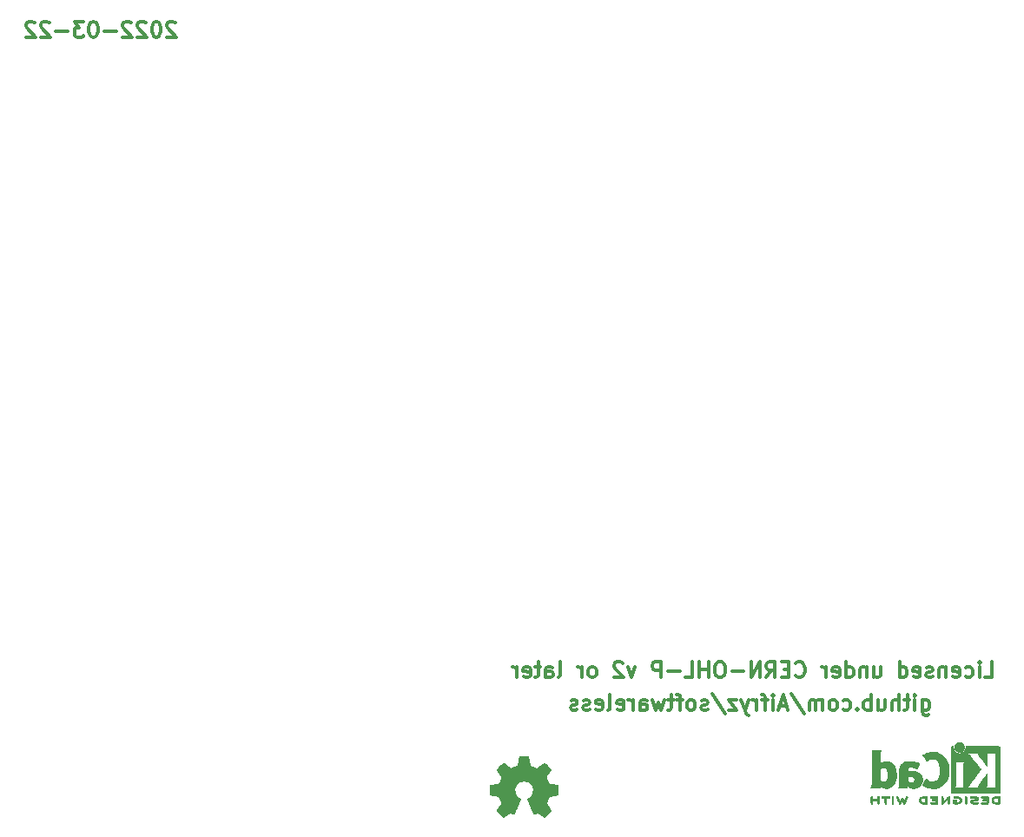
<source format=gbo>
G04 #@! TF.GenerationSoftware,KiCad,Pcbnew,(5.1.0)-1*
G04 #@! TF.CreationDate,2022-03-22T21:13:01+01:00*
G04 #@! TF.ProjectId,keyboard,6b657962-6f61-4726-942e-6b696361645f,rev?*
G04 #@! TF.SameCoordinates,Original*
G04 #@! TF.FileFunction,Legend,Bot*
G04 #@! TF.FilePolarity,Positive*
%FSLAX46Y46*%
G04 Gerber Fmt 4.6, Leading zero omitted, Abs format (unit mm)*
G04 Created by KiCad (PCBNEW (5.1.0)-1) date 2022-03-22 21:13:01*
%MOMM*%
%LPD*%
G04 APERTURE LIST*
%ADD10C,0.300000*%
%ADD11C,0.010000*%
%ADD12C,3.302000*%
%ADD13O,1.829200X1.829200*%
%ADD14R,1.829200X1.829200*%
%ADD15C,1.802000*%
%ADD16C,4.102000*%
%ADD17C,2.302000*%
%ADD18C,3.152000*%
G04 APERTURE END LIST*
D10*
X375271428Y-101128571D02*
X375985714Y-101128571D01*
X375985714Y-99628571D01*
X374771428Y-101128571D02*
X374771428Y-100128571D01*
X374771428Y-99628571D02*
X374842857Y-99700000D01*
X374771428Y-99771428D01*
X374700000Y-99700000D01*
X374771428Y-99628571D01*
X374771428Y-99771428D01*
X373414285Y-101057142D02*
X373557142Y-101128571D01*
X373842857Y-101128571D01*
X373985714Y-101057142D01*
X374057142Y-100985714D01*
X374128571Y-100842857D01*
X374128571Y-100414285D01*
X374057142Y-100271428D01*
X373985714Y-100200000D01*
X373842857Y-100128571D01*
X373557142Y-100128571D01*
X373414285Y-100200000D01*
X372200000Y-101057142D02*
X372342857Y-101128571D01*
X372628571Y-101128571D01*
X372771428Y-101057142D01*
X372842857Y-100914285D01*
X372842857Y-100342857D01*
X372771428Y-100200000D01*
X372628571Y-100128571D01*
X372342857Y-100128571D01*
X372200000Y-100200000D01*
X372128571Y-100342857D01*
X372128571Y-100485714D01*
X372842857Y-100628571D01*
X371485714Y-100128571D02*
X371485714Y-101128571D01*
X371485714Y-100271428D02*
X371414285Y-100200000D01*
X371271428Y-100128571D01*
X371057142Y-100128571D01*
X370914285Y-100200000D01*
X370842857Y-100342857D01*
X370842857Y-101128571D01*
X370200000Y-101057142D02*
X370057142Y-101128571D01*
X369771428Y-101128571D01*
X369628571Y-101057142D01*
X369557142Y-100914285D01*
X369557142Y-100842857D01*
X369628571Y-100700000D01*
X369771428Y-100628571D01*
X369985714Y-100628571D01*
X370128571Y-100557142D01*
X370200000Y-100414285D01*
X370200000Y-100342857D01*
X370128571Y-100200000D01*
X369985714Y-100128571D01*
X369771428Y-100128571D01*
X369628571Y-100200000D01*
X368342857Y-101057142D02*
X368485714Y-101128571D01*
X368771428Y-101128571D01*
X368914285Y-101057142D01*
X368985714Y-100914285D01*
X368985714Y-100342857D01*
X368914285Y-100200000D01*
X368771428Y-100128571D01*
X368485714Y-100128571D01*
X368342857Y-100200000D01*
X368271428Y-100342857D01*
X368271428Y-100485714D01*
X368985714Y-100628571D01*
X366985714Y-101128571D02*
X366985714Y-99628571D01*
X366985714Y-101057142D02*
X367128571Y-101128571D01*
X367414285Y-101128571D01*
X367557142Y-101057142D01*
X367628571Y-100985714D01*
X367700000Y-100842857D01*
X367700000Y-100414285D01*
X367628571Y-100271428D01*
X367557142Y-100200000D01*
X367414285Y-100128571D01*
X367128571Y-100128571D01*
X366985714Y-100200000D01*
X364485714Y-100128571D02*
X364485714Y-101128571D01*
X365128571Y-100128571D02*
X365128571Y-100914285D01*
X365057142Y-101057142D01*
X364914285Y-101128571D01*
X364700000Y-101128571D01*
X364557142Y-101057142D01*
X364485714Y-100985714D01*
X363771428Y-100128571D02*
X363771428Y-101128571D01*
X363771428Y-100271428D02*
X363700000Y-100200000D01*
X363557142Y-100128571D01*
X363342857Y-100128571D01*
X363200000Y-100200000D01*
X363128571Y-100342857D01*
X363128571Y-101128571D01*
X361771428Y-101128571D02*
X361771428Y-99628571D01*
X361771428Y-101057142D02*
X361914285Y-101128571D01*
X362200000Y-101128571D01*
X362342857Y-101057142D01*
X362414285Y-100985714D01*
X362485714Y-100842857D01*
X362485714Y-100414285D01*
X362414285Y-100271428D01*
X362342857Y-100200000D01*
X362200000Y-100128571D01*
X361914285Y-100128571D01*
X361771428Y-100200000D01*
X360485714Y-101057142D02*
X360628571Y-101128571D01*
X360914285Y-101128571D01*
X361057142Y-101057142D01*
X361128571Y-100914285D01*
X361128571Y-100342857D01*
X361057142Y-100200000D01*
X360914285Y-100128571D01*
X360628571Y-100128571D01*
X360485714Y-100200000D01*
X360414285Y-100342857D01*
X360414285Y-100485714D01*
X361128571Y-100628571D01*
X359771428Y-101128571D02*
X359771428Y-100128571D01*
X359771428Y-100414285D02*
X359700000Y-100271428D01*
X359628571Y-100200000D01*
X359485714Y-100128571D01*
X359342857Y-100128571D01*
X356842857Y-100985714D02*
X356914285Y-101057142D01*
X357128571Y-101128571D01*
X357271428Y-101128571D01*
X357485714Y-101057142D01*
X357628571Y-100914285D01*
X357700000Y-100771428D01*
X357771428Y-100485714D01*
X357771428Y-100271428D01*
X357700000Y-99985714D01*
X357628571Y-99842857D01*
X357485714Y-99700000D01*
X357271428Y-99628571D01*
X357128571Y-99628571D01*
X356914285Y-99700000D01*
X356842857Y-99771428D01*
X356200000Y-100342857D02*
X355700000Y-100342857D01*
X355485714Y-101128571D02*
X356200000Y-101128571D01*
X356200000Y-99628571D01*
X355485714Y-99628571D01*
X353985714Y-101128571D02*
X354485714Y-100414285D01*
X354842857Y-101128571D02*
X354842857Y-99628571D01*
X354271428Y-99628571D01*
X354128571Y-99700000D01*
X354057142Y-99771428D01*
X353985714Y-99914285D01*
X353985714Y-100128571D01*
X354057142Y-100271428D01*
X354128571Y-100342857D01*
X354271428Y-100414285D01*
X354842857Y-100414285D01*
X353342857Y-101128571D02*
X353342857Y-99628571D01*
X352485714Y-101128571D01*
X352485714Y-99628571D01*
X351771428Y-100557142D02*
X350628571Y-100557142D01*
X349628571Y-99628571D02*
X349342857Y-99628571D01*
X349200000Y-99700000D01*
X349057142Y-99842857D01*
X348985714Y-100128571D01*
X348985714Y-100628571D01*
X349057142Y-100914285D01*
X349200000Y-101057142D01*
X349342857Y-101128571D01*
X349628571Y-101128571D01*
X349771428Y-101057142D01*
X349914285Y-100914285D01*
X349985714Y-100628571D01*
X349985714Y-100128571D01*
X349914285Y-99842857D01*
X349771428Y-99700000D01*
X349628571Y-99628571D01*
X348342857Y-101128571D02*
X348342857Y-99628571D01*
X348342857Y-100342857D02*
X347485714Y-100342857D01*
X347485714Y-101128571D02*
X347485714Y-99628571D01*
X346057142Y-101128571D02*
X346771428Y-101128571D01*
X346771428Y-99628571D01*
X345557142Y-100557142D02*
X344414285Y-100557142D01*
X343700000Y-101128571D02*
X343700000Y-99628571D01*
X343128571Y-99628571D01*
X342985714Y-99700000D01*
X342914285Y-99771428D01*
X342842857Y-99914285D01*
X342842857Y-100128571D01*
X342914285Y-100271428D01*
X342985714Y-100342857D01*
X343128571Y-100414285D01*
X343700000Y-100414285D01*
X341200000Y-100128571D02*
X340842857Y-101128571D01*
X340485714Y-100128571D01*
X339985714Y-99771428D02*
X339914285Y-99700000D01*
X339771428Y-99628571D01*
X339414285Y-99628571D01*
X339271428Y-99700000D01*
X339200000Y-99771428D01*
X339128571Y-99914285D01*
X339128571Y-100057142D01*
X339200000Y-100271428D01*
X340057142Y-101128571D01*
X339128571Y-101128571D01*
X337128571Y-101128571D02*
X337271428Y-101057142D01*
X337342857Y-100985714D01*
X337414285Y-100842857D01*
X337414285Y-100414285D01*
X337342857Y-100271428D01*
X337271428Y-100200000D01*
X337128571Y-100128571D01*
X336914285Y-100128571D01*
X336771428Y-100200000D01*
X336700000Y-100271428D01*
X336628571Y-100414285D01*
X336628571Y-100842857D01*
X336700000Y-100985714D01*
X336771428Y-101057142D01*
X336914285Y-101128571D01*
X337128571Y-101128571D01*
X335985714Y-101128571D02*
X335985714Y-100128571D01*
X335985714Y-100414285D02*
X335914285Y-100271428D01*
X335842857Y-100200000D01*
X335700000Y-100128571D01*
X335557142Y-100128571D01*
X333700000Y-101128571D02*
X333842857Y-101057142D01*
X333914285Y-100914285D01*
X333914285Y-99628571D01*
X332485714Y-101128571D02*
X332485714Y-100342857D01*
X332557142Y-100200000D01*
X332700000Y-100128571D01*
X332985714Y-100128571D01*
X333128571Y-100200000D01*
X332485714Y-101057142D02*
X332628571Y-101128571D01*
X332985714Y-101128571D01*
X333128571Y-101057142D01*
X333200000Y-100914285D01*
X333200000Y-100771428D01*
X333128571Y-100628571D01*
X332985714Y-100557142D01*
X332628571Y-100557142D01*
X332485714Y-100485714D01*
X331985714Y-100128571D02*
X331414285Y-100128571D01*
X331771428Y-99628571D02*
X331771428Y-100914285D01*
X331700000Y-101057142D01*
X331557142Y-101128571D01*
X331414285Y-101128571D01*
X330342857Y-101057142D02*
X330485714Y-101128571D01*
X330771428Y-101128571D01*
X330914285Y-101057142D01*
X330985714Y-100914285D01*
X330985714Y-100342857D01*
X330914285Y-100200000D01*
X330771428Y-100128571D01*
X330485714Y-100128571D01*
X330342857Y-100200000D01*
X330271428Y-100342857D01*
X330271428Y-100485714D01*
X330985714Y-100628571D01*
X329628571Y-101128571D02*
X329628571Y-100128571D01*
X329628571Y-100414285D02*
X329557142Y-100271428D01*
X329485714Y-100200000D01*
X329342857Y-100128571D01*
X329200000Y-100128571D01*
X296385714Y-37321428D02*
X296314285Y-37250000D01*
X296171428Y-37178571D01*
X295814285Y-37178571D01*
X295671428Y-37250000D01*
X295600000Y-37321428D01*
X295528571Y-37464285D01*
X295528571Y-37607142D01*
X295600000Y-37821428D01*
X296457142Y-38678571D01*
X295528571Y-38678571D01*
X294600000Y-37178571D02*
X294457142Y-37178571D01*
X294314285Y-37250000D01*
X294242857Y-37321428D01*
X294171428Y-37464285D01*
X294100000Y-37750000D01*
X294100000Y-38107142D01*
X294171428Y-38392857D01*
X294242857Y-38535714D01*
X294314285Y-38607142D01*
X294457142Y-38678571D01*
X294600000Y-38678571D01*
X294742857Y-38607142D01*
X294814285Y-38535714D01*
X294885714Y-38392857D01*
X294957142Y-38107142D01*
X294957142Y-37750000D01*
X294885714Y-37464285D01*
X294814285Y-37321428D01*
X294742857Y-37250000D01*
X294600000Y-37178571D01*
X293528571Y-37321428D02*
X293457142Y-37250000D01*
X293314285Y-37178571D01*
X292957142Y-37178571D01*
X292814285Y-37250000D01*
X292742857Y-37321428D01*
X292671428Y-37464285D01*
X292671428Y-37607142D01*
X292742857Y-37821428D01*
X293600000Y-38678571D01*
X292671428Y-38678571D01*
X292100000Y-37321428D02*
X292028571Y-37250000D01*
X291885714Y-37178571D01*
X291528571Y-37178571D01*
X291385714Y-37250000D01*
X291314285Y-37321428D01*
X291242857Y-37464285D01*
X291242857Y-37607142D01*
X291314285Y-37821428D01*
X292171428Y-38678571D01*
X291242857Y-38678571D01*
X290600000Y-38107142D02*
X289457142Y-38107142D01*
X288457142Y-37178571D02*
X288314285Y-37178571D01*
X288171428Y-37250000D01*
X288100000Y-37321428D01*
X288028571Y-37464285D01*
X287957142Y-37750000D01*
X287957142Y-38107142D01*
X288028571Y-38392857D01*
X288100000Y-38535714D01*
X288171428Y-38607142D01*
X288314285Y-38678571D01*
X288457142Y-38678571D01*
X288600000Y-38607142D01*
X288671428Y-38535714D01*
X288742857Y-38392857D01*
X288814285Y-38107142D01*
X288814285Y-37750000D01*
X288742857Y-37464285D01*
X288671428Y-37321428D01*
X288600000Y-37250000D01*
X288457142Y-37178571D01*
X287457142Y-37178571D02*
X286528571Y-37178571D01*
X287028571Y-37750000D01*
X286814285Y-37750000D01*
X286671428Y-37821428D01*
X286600000Y-37892857D01*
X286528571Y-38035714D01*
X286528571Y-38392857D01*
X286600000Y-38535714D01*
X286671428Y-38607142D01*
X286814285Y-38678571D01*
X287242857Y-38678571D01*
X287385714Y-38607142D01*
X287457142Y-38535714D01*
X285885714Y-38107142D02*
X284742857Y-38107142D01*
X284100000Y-37321428D02*
X284028571Y-37250000D01*
X283885714Y-37178571D01*
X283528571Y-37178571D01*
X283385714Y-37250000D01*
X283314285Y-37321428D01*
X283242857Y-37464285D01*
X283242857Y-37607142D01*
X283314285Y-37821428D01*
X284171428Y-38678571D01*
X283242857Y-38678571D01*
X282671428Y-37321428D02*
X282600000Y-37250000D01*
X282457142Y-37178571D01*
X282100000Y-37178571D01*
X281957142Y-37250000D01*
X281885714Y-37321428D01*
X281814285Y-37464285D01*
X281814285Y-37607142D01*
X281885714Y-37821428D01*
X282742857Y-38678571D01*
X281814285Y-38678571D01*
X369185714Y-103328571D02*
X369185714Y-104542857D01*
X369257142Y-104685714D01*
X369328571Y-104757142D01*
X369471428Y-104828571D01*
X369685714Y-104828571D01*
X369828571Y-104757142D01*
X369185714Y-104257142D02*
X369328571Y-104328571D01*
X369614285Y-104328571D01*
X369757142Y-104257142D01*
X369828571Y-104185714D01*
X369900000Y-104042857D01*
X369900000Y-103614285D01*
X369828571Y-103471428D01*
X369757142Y-103400000D01*
X369614285Y-103328571D01*
X369328571Y-103328571D01*
X369185714Y-103400000D01*
X368471428Y-104328571D02*
X368471428Y-103328571D01*
X368471428Y-102828571D02*
X368542857Y-102900000D01*
X368471428Y-102971428D01*
X368400000Y-102900000D01*
X368471428Y-102828571D01*
X368471428Y-102971428D01*
X367971428Y-103328571D02*
X367400000Y-103328571D01*
X367757142Y-102828571D02*
X367757142Y-104114285D01*
X367685714Y-104257142D01*
X367542857Y-104328571D01*
X367400000Y-104328571D01*
X366900000Y-104328571D02*
X366900000Y-102828571D01*
X366257142Y-104328571D02*
X366257142Y-103542857D01*
X366328571Y-103400000D01*
X366471428Y-103328571D01*
X366685714Y-103328571D01*
X366828571Y-103400000D01*
X366900000Y-103471428D01*
X364900000Y-103328571D02*
X364900000Y-104328571D01*
X365542857Y-103328571D02*
X365542857Y-104114285D01*
X365471428Y-104257142D01*
X365328571Y-104328571D01*
X365114285Y-104328571D01*
X364971428Y-104257142D01*
X364900000Y-104185714D01*
X364185714Y-104328571D02*
X364185714Y-102828571D01*
X364185714Y-103400000D02*
X364042857Y-103328571D01*
X363757142Y-103328571D01*
X363614285Y-103400000D01*
X363542857Y-103471428D01*
X363471428Y-103614285D01*
X363471428Y-104042857D01*
X363542857Y-104185714D01*
X363614285Y-104257142D01*
X363757142Y-104328571D01*
X364042857Y-104328571D01*
X364185714Y-104257142D01*
X362828571Y-104185714D02*
X362757142Y-104257142D01*
X362828571Y-104328571D01*
X362900000Y-104257142D01*
X362828571Y-104185714D01*
X362828571Y-104328571D01*
X361471428Y-104257142D02*
X361614285Y-104328571D01*
X361900000Y-104328571D01*
X362042857Y-104257142D01*
X362114285Y-104185714D01*
X362185714Y-104042857D01*
X362185714Y-103614285D01*
X362114285Y-103471428D01*
X362042857Y-103400000D01*
X361900000Y-103328571D01*
X361614285Y-103328571D01*
X361471428Y-103400000D01*
X360614285Y-104328571D02*
X360757142Y-104257142D01*
X360828571Y-104185714D01*
X360900000Y-104042857D01*
X360900000Y-103614285D01*
X360828571Y-103471428D01*
X360757142Y-103400000D01*
X360614285Y-103328571D01*
X360400000Y-103328571D01*
X360257142Y-103400000D01*
X360185714Y-103471428D01*
X360114285Y-103614285D01*
X360114285Y-104042857D01*
X360185714Y-104185714D01*
X360257142Y-104257142D01*
X360400000Y-104328571D01*
X360614285Y-104328571D01*
X359471428Y-104328571D02*
X359471428Y-103328571D01*
X359471428Y-103471428D02*
X359400000Y-103400000D01*
X359257142Y-103328571D01*
X359042857Y-103328571D01*
X358900000Y-103400000D01*
X358828571Y-103542857D01*
X358828571Y-104328571D01*
X358828571Y-103542857D02*
X358757142Y-103400000D01*
X358614285Y-103328571D01*
X358400000Y-103328571D01*
X358257142Y-103400000D01*
X358185714Y-103542857D01*
X358185714Y-104328571D01*
X356400000Y-102757142D02*
X357685714Y-104685714D01*
X355971428Y-103900000D02*
X355257142Y-103900000D01*
X356114285Y-104328571D02*
X355614285Y-102828571D01*
X355114285Y-104328571D01*
X354614285Y-104328571D02*
X354614285Y-103328571D01*
X354614285Y-102828571D02*
X354685714Y-102900000D01*
X354614285Y-102971428D01*
X354542857Y-102900000D01*
X354614285Y-102828571D01*
X354614285Y-102971428D01*
X354114285Y-103328571D02*
X353542857Y-103328571D01*
X353900000Y-104328571D02*
X353900000Y-103042857D01*
X353828571Y-102900000D01*
X353685714Y-102828571D01*
X353542857Y-102828571D01*
X353042857Y-104328571D02*
X353042857Y-103328571D01*
X353042857Y-103614285D02*
X352971428Y-103471428D01*
X352900000Y-103400000D01*
X352757142Y-103328571D01*
X352614285Y-103328571D01*
X352257142Y-103328571D02*
X351900000Y-104328571D01*
X351542857Y-103328571D02*
X351900000Y-104328571D01*
X352042857Y-104685714D01*
X352114285Y-104757142D01*
X352257142Y-104828571D01*
X351114285Y-103328571D02*
X350328571Y-103328571D01*
X351114285Y-104328571D01*
X350328571Y-104328571D01*
X348685714Y-102757142D02*
X349971428Y-104685714D01*
X348257142Y-104257142D02*
X348114285Y-104328571D01*
X347828571Y-104328571D01*
X347685714Y-104257142D01*
X347614285Y-104114285D01*
X347614285Y-104042857D01*
X347685714Y-103900000D01*
X347828571Y-103828571D01*
X348042857Y-103828571D01*
X348185714Y-103757142D01*
X348257142Y-103614285D01*
X348257142Y-103542857D01*
X348185714Y-103400000D01*
X348042857Y-103328571D01*
X347828571Y-103328571D01*
X347685714Y-103400000D01*
X346757142Y-104328571D02*
X346900000Y-104257142D01*
X346971428Y-104185714D01*
X347042857Y-104042857D01*
X347042857Y-103614285D01*
X346971428Y-103471428D01*
X346900000Y-103400000D01*
X346757142Y-103328571D01*
X346542857Y-103328571D01*
X346400000Y-103400000D01*
X346328571Y-103471428D01*
X346257142Y-103614285D01*
X346257142Y-104042857D01*
X346328571Y-104185714D01*
X346400000Y-104257142D01*
X346542857Y-104328571D01*
X346757142Y-104328571D01*
X345828571Y-103328571D02*
X345257142Y-103328571D01*
X345614285Y-104328571D02*
X345614285Y-103042857D01*
X345542857Y-102900000D01*
X345400000Y-102828571D01*
X345257142Y-102828571D01*
X344971428Y-103328571D02*
X344400000Y-103328571D01*
X344757142Y-102828571D02*
X344757142Y-104114285D01*
X344685714Y-104257142D01*
X344542857Y-104328571D01*
X344400000Y-104328571D01*
X344042857Y-103328571D02*
X343757142Y-104328571D01*
X343471428Y-103614285D01*
X343185714Y-104328571D01*
X342900000Y-103328571D01*
X341685714Y-104328571D02*
X341685714Y-103542857D01*
X341757142Y-103400000D01*
X341900000Y-103328571D01*
X342185714Y-103328571D01*
X342328571Y-103400000D01*
X341685714Y-104257142D02*
X341828571Y-104328571D01*
X342185714Y-104328571D01*
X342328571Y-104257142D01*
X342400000Y-104114285D01*
X342400000Y-103971428D01*
X342328571Y-103828571D01*
X342185714Y-103757142D01*
X341828571Y-103757142D01*
X341685714Y-103685714D01*
X340971428Y-104328571D02*
X340971428Y-103328571D01*
X340971428Y-103614285D02*
X340900000Y-103471428D01*
X340828571Y-103400000D01*
X340685714Y-103328571D01*
X340542857Y-103328571D01*
X339471428Y-104257142D02*
X339614285Y-104328571D01*
X339900000Y-104328571D01*
X340042857Y-104257142D01*
X340114285Y-104114285D01*
X340114285Y-103542857D01*
X340042857Y-103400000D01*
X339900000Y-103328571D01*
X339614285Y-103328571D01*
X339471428Y-103400000D01*
X339400000Y-103542857D01*
X339400000Y-103685714D01*
X340114285Y-103828571D01*
X338542857Y-104328571D02*
X338685714Y-104257142D01*
X338757142Y-104114285D01*
X338757142Y-102828571D01*
X337400000Y-104257142D02*
X337542857Y-104328571D01*
X337828571Y-104328571D01*
X337971428Y-104257142D01*
X338042857Y-104114285D01*
X338042857Y-103542857D01*
X337971428Y-103400000D01*
X337828571Y-103328571D01*
X337542857Y-103328571D01*
X337400000Y-103400000D01*
X337328571Y-103542857D01*
X337328571Y-103685714D01*
X338042857Y-103828571D01*
X336757142Y-104257142D02*
X336614285Y-104328571D01*
X336328571Y-104328571D01*
X336185714Y-104257142D01*
X336114285Y-104114285D01*
X336114285Y-104042857D01*
X336185714Y-103900000D01*
X336328571Y-103828571D01*
X336542857Y-103828571D01*
X336685714Y-103757142D01*
X336757142Y-103614285D01*
X336757142Y-103542857D01*
X336685714Y-103400000D01*
X336542857Y-103328571D01*
X336328571Y-103328571D01*
X336185714Y-103400000D01*
X335542857Y-104257142D02*
X335400000Y-104328571D01*
X335114285Y-104328571D01*
X334971428Y-104257142D01*
X334900000Y-104114285D01*
X334900000Y-104042857D01*
X334971428Y-103900000D01*
X335114285Y-103828571D01*
X335328571Y-103828571D01*
X335471428Y-103757142D01*
X335542857Y-103614285D01*
X335542857Y-103542857D01*
X335471428Y-103400000D01*
X335328571Y-103328571D01*
X335114285Y-103328571D01*
X334971428Y-103400000D01*
D11*
G36*
X364221177Y-112724533D02*
G01*
X364189798Y-112746776D01*
X364162089Y-112774485D01*
X364162089Y-113083920D01*
X364162162Y-113175799D01*
X364162505Y-113247840D01*
X364163308Y-113302780D01*
X364164759Y-113343360D01*
X364167048Y-113372317D01*
X364170364Y-113392391D01*
X364174895Y-113406321D01*
X364180831Y-113416845D01*
X364185486Y-113423100D01*
X364216217Y-113447673D01*
X364251504Y-113450341D01*
X364283755Y-113435271D01*
X364294412Y-113426374D01*
X364301536Y-113414557D01*
X364305833Y-113395526D01*
X364308009Y-113364992D01*
X364308772Y-113318662D01*
X364308845Y-113282871D01*
X364308845Y-113148045D01*
X364805556Y-113148045D01*
X364805556Y-113270700D01*
X364806069Y-113326787D01*
X364808124Y-113365333D01*
X364812492Y-113391361D01*
X364819944Y-113409897D01*
X364828953Y-113423100D01*
X364859856Y-113447604D01*
X364894804Y-113450506D01*
X364928262Y-113433089D01*
X364937396Y-113423959D01*
X364943848Y-113411855D01*
X364948103Y-113393001D01*
X364950648Y-113363620D01*
X364951971Y-113319937D01*
X364952557Y-113258175D01*
X364952625Y-113244000D01*
X364953109Y-113127631D01*
X364953359Y-113031727D01*
X364953277Y-112954177D01*
X364952769Y-112892869D01*
X364951738Y-112845690D01*
X364950087Y-112810530D01*
X364947721Y-112785276D01*
X364944543Y-112767817D01*
X364940456Y-112756041D01*
X364935366Y-112747835D01*
X364929734Y-112741645D01*
X364897872Y-112721844D01*
X364864643Y-112724533D01*
X364833265Y-112746776D01*
X364820567Y-112761126D01*
X364812474Y-112776978D01*
X364807958Y-112799554D01*
X364805994Y-112834078D01*
X364805556Y-112885776D01*
X364805556Y-113001289D01*
X364308845Y-113001289D01*
X364308845Y-112882756D01*
X364308338Y-112828148D01*
X364306302Y-112791275D01*
X364301965Y-112767307D01*
X364294553Y-112751415D01*
X364286267Y-112741645D01*
X364254406Y-112721844D01*
X364221177Y-112724533D01*
X364221177Y-112724533D01*
G37*
X364221177Y-112724533D02*
X364189798Y-112746776D01*
X364162089Y-112774485D01*
X364162089Y-113083920D01*
X364162162Y-113175799D01*
X364162505Y-113247840D01*
X364163308Y-113302780D01*
X364164759Y-113343360D01*
X364167048Y-113372317D01*
X364170364Y-113392391D01*
X364174895Y-113406321D01*
X364180831Y-113416845D01*
X364185486Y-113423100D01*
X364216217Y-113447673D01*
X364251504Y-113450341D01*
X364283755Y-113435271D01*
X364294412Y-113426374D01*
X364301536Y-113414557D01*
X364305833Y-113395526D01*
X364308009Y-113364992D01*
X364308772Y-113318662D01*
X364308845Y-113282871D01*
X364308845Y-113148045D01*
X364805556Y-113148045D01*
X364805556Y-113270700D01*
X364806069Y-113326787D01*
X364808124Y-113365333D01*
X364812492Y-113391361D01*
X364819944Y-113409897D01*
X364828953Y-113423100D01*
X364859856Y-113447604D01*
X364894804Y-113450506D01*
X364928262Y-113433089D01*
X364937396Y-113423959D01*
X364943848Y-113411855D01*
X364948103Y-113393001D01*
X364950648Y-113363620D01*
X364951971Y-113319937D01*
X364952557Y-113258175D01*
X364952625Y-113244000D01*
X364953109Y-113127631D01*
X364953359Y-113031727D01*
X364953277Y-112954177D01*
X364952769Y-112892869D01*
X364951738Y-112845690D01*
X364950087Y-112810530D01*
X364947721Y-112785276D01*
X364944543Y-112767817D01*
X364940456Y-112756041D01*
X364935366Y-112747835D01*
X364929734Y-112741645D01*
X364897872Y-112721844D01*
X364864643Y-112724533D01*
X364833265Y-112746776D01*
X364820567Y-112761126D01*
X364812474Y-112776978D01*
X364807958Y-112799554D01*
X364805994Y-112834078D01*
X364805556Y-112885776D01*
X364805556Y-113001289D01*
X364308845Y-113001289D01*
X364308845Y-112882756D01*
X364308338Y-112828148D01*
X364306302Y-112791275D01*
X364301965Y-112767307D01*
X364294553Y-112751415D01*
X364286267Y-112741645D01*
X364254406Y-112721844D01*
X364221177Y-112724533D01*
G36*
X365486935Y-112719163D02*
G01*
X365408228Y-112719542D01*
X365347137Y-112720333D01*
X365301183Y-112721670D01*
X365267886Y-112723683D01*
X365244764Y-112726506D01*
X365229338Y-112730269D01*
X365219129Y-112735105D01*
X365214187Y-112738822D01*
X365188543Y-112771358D01*
X365185441Y-112805138D01*
X365201289Y-112835826D01*
X365211652Y-112848089D01*
X365222804Y-112856450D01*
X365238965Y-112861657D01*
X365264358Y-112864457D01*
X365303202Y-112865596D01*
X365359720Y-112865821D01*
X365370820Y-112865822D01*
X365516756Y-112865822D01*
X365516756Y-113136756D01*
X365516852Y-113222154D01*
X365517289Y-113287864D01*
X365518288Y-113336774D01*
X365520072Y-113371773D01*
X365522863Y-113395749D01*
X365526883Y-113411593D01*
X365532355Y-113422191D01*
X365539334Y-113430267D01*
X365572266Y-113450112D01*
X365606646Y-113448548D01*
X365637824Y-113425906D01*
X365640114Y-113423100D01*
X365647571Y-113412492D01*
X365653253Y-113400081D01*
X365657399Y-113382850D01*
X365660250Y-113357784D01*
X365662046Y-113321867D01*
X365663028Y-113272083D01*
X365663436Y-113205417D01*
X365663511Y-113129589D01*
X365663511Y-112865822D01*
X365802873Y-112865822D01*
X365862678Y-112865418D01*
X365904082Y-112863840D01*
X365931252Y-112860547D01*
X365948354Y-112854992D01*
X365959557Y-112846631D01*
X365960917Y-112845178D01*
X365977275Y-112811939D01*
X365975828Y-112774362D01*
X365957022Y-112741645D01*
X365949750Y-112735298D01*
X365940373Y-112730266D01*
X365926391Y-112726396D01*
X365905304Y-112723537D01*
X365874611Y-112721535D01*
X365831811Y-112720239D01*
X365774405Y-112719498D01*
X365699890Y-112719158D01*
X365605767Y-112719068D01*
X365585740Y-112719067D01*
X365486935Y-112719163D01*
X365486935Y-112719163D01*
G37*
X365486935Y-112719163D02*
X365408228Y-112719542D01*
X365347137Y-112720333D01*
X365301183Y-112721670D01*
X365267886Y-112723683D01*
X365244764Y-112726506D01*
X365229338Y-112730269D01*
X365219129Y-112735105D01*
X365214187Y-112738822D01*
X365188543Y-112771358D01*
X365185441Y-112805138D01*
X365201289Y-112835826D01*
X365211652Y-112848089D01*
X365222804Y-112856450D01*
X365238965Y-112861657D01*
X365264358Y-112864457D01*
X365303202Y-112865596D01*
X365359720Y-112865821D01*
X365370820Y-112865822D01*
X365516756Y-112865822D01*
X365516756Y-113136756D01*
X365516852Y-113222154D01*
X365517289Y-113287864D01*
X365518288Y-113336774D01*
X365520072Y-113371773D01*
X365522863Y-113395749D01*
X365526883Y-113411593D01*
X365532355Y-113422191D01*
X365539334Y-113430267D01*
X365572266Y-113450112D01*
X365606646Y-113448548D01*
X365637824Y-113425906D01*
X365640114Y-113423100D01*
X365647571Y-113412492D01*
X365653253Y-113400081D01*
X365657399Y-113382850D01*
X365660250Y-113357784D01*
X365662046Y-113321867D01*
X365663028Y-113272083D01*
X365663436Y-113205417D01*
X365663511Y-113129589D01*
X365663511Y-112865822D01*
X365802873Y-112865822D01*
X365862678Y-112865418D01*
X365904082Y-112863840D01*
X365931252Y-112860547D01*
X365948354Y-112854992D01*
X365959557Y-112846631D01*
X365960917Y-112845178D01*
X365977275Y-112811939D01*
X365975828Y-112774362D01*
X365957022Y-112741645D01*
X365949750Y-112735298D01*
X365940373Y-112730266D01*
X365926391Y-112726396D01*
X365905304Y-112723537D01*
X365874611Y-112721535D01*
X365831811Y-112720239D01*
X365774405Y-112719498D01*
X365699890Y-112719158D01*
X365605767Y-112719068D01*
X365585740Y-112719067D01*
X365486935Y-112719163D01*
G36*
X366261386Y-112725877D02*
G01*
X366237673Y-112740647D01*
X366211022Y-112762227D01*
X366211022Y-113083773D01*
X366211107Y-113177830D01*
X366211471Y-113251932D01*
X366212276Y-113308704D01*
X366213687Y-113350768D01*
X366215867Y-113380748D01*
X366218979Y-113401267D01*
X366223186Y-113414949D01*
X366228652Y-113424416D01*
X366232528Y-113429082D01*
X366263966Y-113449575D01*
X366299767Y-113448739D01*
X366331127Y-113431264D01*
X366357778Y-113409684D01*
X366357778Y-112762227D01*
X366331127Y-112740647D01*
X366305406Y-112724949D01*
X366284400Y-112719067D01*
X366261386Y-112725877D01*
X366261386Y-112725877D01*
G37*
X366261386Y-112725877D02*
X366237673Y-112740647D01*
X366211022Y-112762227D01*
X366211022Y-113083773D01*
X366211107Y-113177830D01*
X366211471Y-113251932D01*
X366212276Y-113308704D01*
X366213687Y-113350768D01*
X366215867Y-113380748D01*
X366218979Y-113401267D01*
X366223186Y-113414949D01*
X366228652Y-113424416D01*
X366232528Y-113429082D01*
X366263966Y-113449575D01*
X366299767Y-113448739D01*
X366331127Y-113431264D01*
X366357778Y-113409684D01*
X366357778Y-112762227D01*
X366331127Y-112740647D01*
X366305406Y-112724949D01*
X366284400Y-112719067D01*
X366261386Y-112725877D01*
G36*
X366705335Y-112721034D02*
G01*
X366685745Y-112728035D01*
X366684990Y-112728377D01*
X366658387Y-112748678D01*
X366643730Y-112769561D01*
X366640862Y-112779352D01*
X366641004Y-112792361D01*
X366645039Y-112810895D01*
X366653854Y-112837257D01*
X366668331Y-112873752D01*
X366689355Y-112922687D01*
X366717812Y-112986365D01*
X366754585Y-113067093D01*
X366774825Y-113111216D01*
X366811375Y-113189985D01*
X366845685Y-113262423D01*
X366876448Y-113325880D01*
X366902352Y-113377708D01*
X366922090Y-113415259D01*
X366934350Y-113435884D01*
X366936776Y-113438733D01*
X366967817Y-113451302D01*
X367002879Y-113449619D01*
X367031000Y-113434332D01*
X367032146Y-113433089D01*
X367043332Y-113416154D01*
X367062096Y-113383170D01*
X367086125Y-113338380D01*
X367113103Y-113286032D01*
X367122799Y-113266742D01*
X367195986Y-113120150D01*
X367275760Y-113279393D01*
X367304233Y-113334415D01*
X367330650Y-113382132D01*
X367352852Y-113418893D01*
X367368681Y-113441044D01*
X367374046Y-113445741D01*
X367415743Y-113452102D01*
X367450151Y-113438733D01*
X367460272Y-113424446D01*
X367477786Y-113392692D01*
X367501265Y-113346597D01*
X367529280Y-113289285D01*
X367560401Y-113223880D01*
X367593201Y-113153507D01*
X367626250Y-113081291D01*
X367658119Y-113010355D01*
X367687381Y-112943825D01*
X367712605Y-112884826D01*
X367732364Y-112836481D01*
X367745228Y-112801915D01*
X367749769Y-112784253D01*
X367749723Y-112783613D01*
X367738674Y-112761388D01*
X367716590Y-112738753D01*
X367715290Y-112737768D01*
X367688147Y-112722425D01*
X367663042Y-112722574D01*
X367653632Y-112725466D01*
X367642166Y-112731718D01*
X367629990Y-112744014D01*
X367615643Y-112764908D01*
X367597664Y-112796949D01*
X367574593Y-112842688D01*
X367544970Y-112904677D01*
X367518255Y-112961898D01*
X367487520Y-113028226D01*
X367459979Y-113087874D01*
X367437062Y-113137725D01*
X367420202Y-113174664D01*
X367410827Y-113195573D01*
X367409460Y-113198845D01*
X367403311Y-113193497D01*
X367389178Y-113171109D01*
X367368943Y-113134946D01*
X367344485Y-113088277D01*
X367334752Y-113069022D01*
X367301783Y-113004004D01*
X367276357Y-112956654D01*
X367256388Y-112924219D01*
X367239790Y-112903946D01*
X367224476Y-112893082D01*
X367208360Y-112888875D01*
X367197857Y-112888400D01*
X367179330Y-112890042D01*
X367163096Y-112896831D01*
X367146965Y-112911566D01*
X367128749Y-112937044D01*
X367106261Y-112976061D01*
X367077311Y-113031414D01*
X367061338Y-113062903D01*
X367035430Y-113113087D01*
X367012833Y-113154704D01*
X366995542Y-113184242D01*
X366985550Y-113198189D01*
X366984191Y-113198770D01*
X366977739Y-113187793D01*
X366963292Y-113159290D01*
X366942297Y-113116244D01*
X366916203Y-113061638D01*
X366886454Y-112998454D01*
X366871820Y-112967071D01*
X366833750Y-112886078D01*
X366803095Y-112823756D01*
X366778263Y-112778071D01*
X366757663Y-112746989D01*
X366739702Y-112728478D01*
X366722790Y-112720504D01*
X366705335Y-112721034D01*
X366705335Y-112721034D01*
G37*
X366705335Y-112721034D02*
X366685745Y-112728035D01*
X366684990Y-112728377D01*
X366658387Y-112748678D01*
X366643730Y-112769561D01*
X366640862Y-112779352D01*
X366641004Y-112792361D01*
X366645039Y-112810895D01*
X366653854Y-112837257D01*
X366668331Y-112873752D01*
X366689355Y-112922687D01*
X366717812Y-112986365D01*
X366754585Y-113067093D01*
X366774825Y-113111216D01*
X366811375Y-113189985D01*
X366845685Y-113262423D01*
X366876448Y-113325880D01*
X366902352Y-113377708D01*
X366922090Y-113415259D01*
X366934350Y-113435884D01*
X366936776Y-113438733D01*
X366967817Y-113451302D01*
X367002879Y-113449619D01*
X367031000Y-113434332D01*
X367032146Y-113433089D01*
X367043332Y-113416154D01*
X367062096Y-113383170D01*
X367086125Y-113338380D01*
X367113103Y-113286032D01*
X367122799Y-113266742D01*
X367195986Y-113120150D01*
X367275760Y-113279393D01*
X367304233Y-113334415D01*
X367330650Y-113382132D01*
X367352852Y-113418893D01*
X367368681Y-113441044D01*
X367374046Y-113445741D01*
X367415743Y-113452102D01*
X367450151Y-113438733D01*
X367460272Y-113424446D01*
X367477786Y-113392692D01*
X367501265Y-113346597D01*
X367529280Y-113289285D01*
X367560401Y-113223880D01*
X367593201Y-113153507D01*
X367626250Y-113081291D01*
X367658119Y-113010355D01*
X367687381Y-112943825D01*
X367712605Y-112884826D01*
X367732364Y-112836481D01*
X367745228Y-112801915D01*
X367749769Y-112784253D01*
X367749723Y-112783613D01*
X367738674Y-112761388D01*
X367716590Y-112738753D01*
X367715290Y-112737768D01*
X367688147Y-112722425D01*
X367663042Y-112722574D01*
X367653632Y-112725466D01*
X367642166Y-112731718D01*
X367629990Y-112744014D01*
X367615643Y-112764908D01*
X367597664Y-112796949D01*
X367574593Y-112842688D01*
X367544970Y-112904677D01*
X367518255Y-112961898D01*
X367487520Y-113028226D01*
X367459979Y-113087874D01*
X367437062Y-113137725D01*
X367420202Y-113174664D01*
X367410827Y-113195573D01*
X367409460Y-113198845D01*
X367403311Y-113193497D01*
X367389178Y-113171109D01*
X367368943Y-113134946D01*
X367344485Y-113088277D01*
X367334752Y-113069022D01*
X367301783Y-113004004D01*
X367276357Y-112956654D01*
X367256388Y-112924219D01*
X367239790Y-112903946D01*
X367224476Y-112893082D01*
X367208360Y-112888875D01*
X367197857Y-112888400D01*
X367179330Y-112890042D01*
X367163096Y-112896831D01*
X367146965Y-112911566D01*
X367128749Y-112937044D01*
X367106261Y-112976061D01*
X367077311Y-113031414D01*
X367061338Y-113062903D01*
X367035430Y-113113087D01*
X367012833Y-113154704D01*
X366995542Y-113184242D01*
X366985550Y-113198189D01*
X366984191Y-113198770D01*
X366977739Y-113187793D01*
X366963292Y-113159290D01*
X366942297Y-113116244D01*
X366916203Y-113061638D01*
X366886454Y-112998454D01*
X366871820Y-112967071D01*
X366833750Y-112886078D01*
X366803095Y-112823756D01*
X366778263Y-112778071D01*
X366757663Y-112746989D01*
X366739702Y-112728478D01*
X366722790Y-112720504D01*
X366705335Y-112721034D01*
G36*
X369431691Y-112719275D02*
G01*
X369302712Y-112723636D01*
X369193009Y-112736861D01*
X369100774Y-112759741D01*
X369024198Y-112793070D01*
X368961473Y-112837638D01*
X368910788Y-112894236D01*
X368870337Y-112963658D01*
X368869541Y-112965351D01*
X368845399Y-113027483D01*
X368836797Y-113082509D01*
X368843769Y-113137887D01*
X368866346Y-113201073D01*
X368870628Y-113210689D01*
X368899828Y-113266966D01*
X368932644Y-113310451D01*
X368974998Y-113347417D01*
X369032810Y-113384135D01*
X369036169Y-113386052D01*
X369086496Y-113410227D01*
X369143379Y-113428282D01*
X369210473Y-113440839D01*
X369291435Y-113448522D01*
X369389918Y-113451953D01*
X369424714Y-113452251D01*
X369590406Y-113452845D01*
X369613803Y-113423100D01*
X369620743Y-113413319D01*
X369626158Y-113401897D01*
X369630235Y-113386095D01*
X369633163Y-113363175D01*
X369635133Y-113330396D01*
X369635775Y-113306089D01*
X369479156Y-113306089D01*
X369385274Y-113306089D01*
X369330336Y-113304483D01*
X369273940Y-113300255D01*
X369227655Y-113294292D01*
X369224861Y-113293790D01*
X369142652Y-113271736D01*
X369078886Y-113238600D01*
X369031548Y-113192847D01*
X368998618Y-113132939D01*
X368992892Y-113117061D01*
X368987279Y-113092333D01*
X368989709Y-113067902D01*
X369001533Y-113035400D01*
X369008660Y-113019434D01*
X369032000Y-112977006D01*
X369060120Y-112947240D01*
X369091060Y-112926511D01*
X369153034Y-112899537D01*
X369232349Y-112879998D01*
X369324747Y-112868746D01*
X369391667Y-112866270D01*
X369479156Y-112865822D01*
X369479156Y-113306089D01*
X369635775Y-113306089D01*
X369636332Y-113285021D01*
X369636950Y-113224311D01*
X369637175Y-113145526D01*
X369637200Y-113083920D01*
X369637200Y-112774485D01*
X369609491Y-112746776D01*
X369597194Y-112735544D01*
X369583897Y-112727853D01*
X369565328Y-112723040D01*
X369537214Y-112720446D01*
X369495283Y-112719410D01*
X369435263Y-112719270D01*
X369431691Y-112719275D01*
X369431691Y-112719275D01*
G37*
X369431691Y-112719275D02*
X369302712Y-112723636D01*
X369193009Y-112736861D01*
X369100774Y-112759741D01*
X369024198Y-112793070D01*
X368961473Y-112837638D01*
X368910788Y-112894236D01*
X368870337Y-112963658D01*
X368869541Y-112965351D01*
X368845399Y-113027483D01*
X368836797Y-113082509D01*
X368843769Y-113137887D01*
X368866346Y-113201073D01*
X368870628Y-113210689D01*
X368899828Y-113266966D01*
X368932644Y-113310451D01*
X368974998Y-113347417D01*
X369032810Y-113384135D01*
X369036169Y-113386052D01*
X369086496Y-113410227D01*
X369143379Y-113428282D01*
X369210473Y-113440839D01*
X369291435Y-113448522D01*
X369389918Y-113451953D01*
X369424714Y-113452251D01*
X369590406Y-113452845D01*
X369613803Y-113423100D01*
X369620743Y-113413319D01*
X369626158Y-113401897D01*
X369630235Y-113386095D01*
X369633163Y-113363175D01*
X369635133Y-113330396D01*
X369635775Y-113306089D01*
X369479156Y-113306089D01*
X369385274Y-113306089D01*
X369330336Y-113304483D01*
X369273940Y-113300255D01*
X369227655Y-113294292D01*
X369224861Y-113293790D01*
X369142652Y-113271736D01*
X369078886Y-113238600D01*
X369031548Y-113192847D01*
X368998618Y-113132939D01*
X368992892Y-113117061D01*
X368987279Y-113092333D01*
X368989709Y-113067902D01*
X369001533Y-113035400D01*
X369008660Y-113019434D01*
X369032000Y-112977006D01*
X369060120Y-112947240D01*
X369091060Y-112926511D01*
X369153034Y-112899537D01*
X369232349Y-112879998D01*
X369324747Y-112868746D01*
X369391667Y-112866270D01*
X369479156Y-112865822D01*
X369479156Y-113306089D01*
X369635775Y-113306089D01*
X369636332Y-113285021D01*
X369636950Y-113224311D01*
X369637175Y-113145526D01*
X369637200Y-113083920D01*
X369637200Y-112774485D01*
X369609491Y-112746776D01*
X369597194Y-112735544D01*
X369583897Y-112727853D01*
X369565328Y-112723040D01*
X369537214Y-112720446D01*
X369495283Y-112719410D01*
X369435263Y-112719270D01*
X369431691Y-112719275D01*
G36*
X370219657Y-112719260D02*
G01*
X370143299Y-112720174D01*
X370084783Y-112722311D01*
X370041745Y-112726175D01*
X370011817Y-112732267D01*
X369992632Y-112741090D01*
X369981824Y-112753146D01*
X369977027Y-112768939D01*
X369975873Y-112788970D01*
X369975867Y-112791335D01*
X369976869Y-112813992D01*
X369981604Y-112831503D01*
X369992667Y-112844574D01*
X370012652Y-112853913D01*
X370044154Y-112860227D01*
X370089768Y-112864222D01*
X370152087Y-112866606D01*
X370233707Y-112868086D01*
X370258723Y-112868414D01*
X370500800Y-112871467D01*
X370504186Y-112936378D01*
X370507571Y-113001289D01*
X370339424Y-113001289D01*
X370273734Y-113001531D01*
X370226828Y-113002556D01*
X370194917Y-113004811D01*
X370174209Y-113008742D01*
X370160916Y-113014798D01*
X370151245Y-113023424D01*
X370151183Y-113023493D01*
X370133644Y-113057112D01*
X370134278Y-113093448D01*
X370152686Y-113124423D01*
X370156329Y-113127607D01*
X370169259Y-113135812D01*
X370186976Y-113141521D01*
X370213430Y-113145162D01*
X370252568Y-113147167D01*
X370308338Y-113147964D01*
X370344006Y-113148045D01*
X370506445Y-113148045D01*
X370506445Y-113306089D01*
X370259839Y-113306089D01*
X370178420Y-113306231D01*
X370116590Y-113306814D01*
X370071363Y-113308068D01*
X370039752Y-113310227D01*
X370018769Y-113313523D01*
X370005427Y-113318189D01*
X369996739Y-113324457D01*
X369994550Y-113326733D01*
X369978386Y-113358280D01*
X369977203Y-113394168D01*
X369990464Y-113425285D01*
X370000957Y-113435271D01*
X370011871Y-113440769D01*
X370028783Y-113445022D01*
X370054367Y-113448180D01*
X370091299Y-113450392D01*
X370142254Y-113451806D01*
X370209906Y-113452572D01*
X370296931Y-113452838D01*
X370316606Y-113452845D01*
X370405089Y-113452787D01*
X370473773Y-113452467D01*
X370525436Y-113451667D01*
X370562855Y-113450167D01*
X370588810Y-113447749D01*
X370606078Y-113444194D01*
X370617438Y-113439282D01*
X370625668Y-113432795D01*
X370630183Y-113428138D01*
X370636979Y-113419889D01*
X370642288Y-113409669D01*
X370646294Y-113394800D01*
X370649179Y-113372602D01*
X370651126Y-113340393D01*
X370652319Y-113295496D01*
X370652939Y-113235228D01*
X370653171Y-113156911D01*
X370653200Y-113090994D01*
X370653129Y-112998628D01*
X370652792Y-112926117D01*
X370652002Y-112870737D01*
X370650574Y-112829765D01*
X370648321Y-112800478D01*
X370645057Y-112780153D01*
X370640596Y-112766066D01*
X370634752Y-112755495D01*
X370629803Y-112748811D01*
X370606406Y-112719067D01*
X370316226Y-112719067D01*
X370219657Y-112719260D01*
X370219657Y-112719260D01*
G37*
X370219657Y-112719260D02*
X370143299Y-112720174D01*
X370084783Y-112722311D01*
X370041745Y-112726175D01*
X370011817Y-112732267D01*
X369992632Y-112741090D01*
X369981824Y-112753146D01*
X369977027Y-112768939D01*
X369975873Y-112788970D01*
X369975867Y-112791335D01*
X369976869Y-112813992D01*
X369981604Y-112831503D01*
X369992667Y-112844574D01*
X370012652Y-112853913D01*
X370044154Y-112860227D01*
X370089768Y-112864222D01*
X370152087Y-112866606D01*
X370233707Y-112868086D01*
X370258723Y-112868414D01*
X370500800Y-112871467D01*
X370504186Y-112936378D01*
X370507571Y-113001289D01*
X370339424Y-113001289D01*
X370273734Y-113001531D01*
X370226828Y-113002556D01*
X370194917Y-113004811D01*
X370174209Y-113008742D01*
X370160916Y-113014798D01*
X370151245Y-113023424D01*
X370151183Y-113023493D01*
X370133644Y-113057112D01*
X370134278Y-113093448D01*
X370152686Y-113124423D01*
X370156329Y-113127607D01*
X370169259Y-113135812D01*
X370186976Y-113141521D01*
X370213430Y-113145162D01*
X370252568Y-113147167D01*
X370308338Y-113147964D01*
X370344006Y-113148045D01*
X370506445Y-113148045D01*
X370506445Y-113306089D01*
X370259839Y-113306089D01*
X370178420Y-113306231D01*
X370116590Y-113306814D01*
X370071363Y-113308068D01*
X370039752Y-113310227D01*
X370018769Y-113313523D01*
X370005427Y-113318189D01*
X369996739Y-113324457D01*
X369994550Y-113326733D01*
X369978386Y-113358280D01*
X369977203Y-113394168D01*
X369990464Y-113425285D01*
X370000957Y-113435271D01*
X370011871Y-113440769D01*
X370028783Y-113445022D01*
X370054367Y-113448180D01*
X370091299Y-113450392D01*
X370142254Y-113451806D01*
X370209906Y-113452572D01*
X370296931Y-113452838D01*
X370316606Y-113452845D01*
X370405089Y-113452787D01*
X370473773Y-113452467D01*
X370525436Y-113451667D01*
X370562855Y-113450167D01*
X370588810Y-113447749D01*
X370606078Y-113444194D01*
X370617438Y-113439282D01*
X370625668Y-113432795D01*
X370630183Y-113428138D01*
X370636979Y-113419889D01*
X370642288Y-113409669D01*
X370646294Y-113394800D01*
X370649179Y-113372602D01*
X370651126Y-113340393D01*
X370652319Y-113295496D01*
X370652939Y-113235228D01*
X370653171Y-113156911D01*
X370653200Y-113090994D01*
X370653129Y-112998628D01*
X370652792Y-112926117D01*
X370652002Y-112870737D01*
X370650574Y-112829765D01*
X370648321Y-112800478D01*
X370645057Y-112780153D01*
X370640596Y-112766066D01*
X370634752Y-112755495D01*
X370629803Y-112748811D01*
X370606406Y-112719067D01*
X370316226Y-112719067D01*
X370219657Y-112719260D01*
G36*
X371750114Y-112723448D02*
G01*
X371726548Y-112737273D01*
X371695735Y-112759881D01*
X371656078Y-112792338D01*
X371605980Y-112835708D01*
X371543843Y-112891058D01*
X371468072Y-112959451D01*
X371381334Y-113038084D01*
X371200711Y-113201878D01*
X371195067Y-112982029D01*
X371193029Y-112906351D01*
X371191063Y-112849994D01*
X371188734Y-112809706D01*
X371185606Y-112782235D01*
X371181245Y-112764329D01*
X371175216Y-112752737D01*
X371167084Y-112744208D01*
X371162772Y-112740623D01*
X371128241Y-112721670D01*
X371095383Y-112724441D01*
X371069318Y-112740633D01*
X371042667Y-112762199D01*
X371039352Y-113077151D01*
X371038435Y-113169779D01*
X371037968Y-113242544D01*
X371038113Y-113298161D01*
X371039032Y-113339342D01*
X371040887Y-113368803D01*
X371043839Y-113389255D01*
X371048050Y-113403413D01*
X371053682Y-113413991D01*
X371059927Y-113422474D01*
X371073439Y-113438207D01*
X371086883Y-113448636D01*
X371102124Y-113452639D01*
X371121026Y-113449094D01*
X371145455Y-113436879D01*
X371177273Y-113414871D01*
X371218348Y-113381949D01*
X371270542Y-113336991D01*
X371335722Y-113278875D01*
X371409556Y-113212099D01*
X371674845Y-112971458D01*
X371680489Y-113190589D01*
X371682531Y-113266128D01*
X371684502Y-113322354D01*
X371686839Y-113362524D01*
X371689981Y-113389896D01*
X371694364Y-113407728D01*
X371700424Y-113419279D01*
X371708600Y-113427807D01*
X371712784Y-113431282D01*
X371749765Y-113450372D01*
X371784708Y-113447493D01*
X371815136Y-113423100D01*
X371822097Y-113413286D01*
X371827523Y-113401826D01*
X371831603Y-113385968D01*
X371834529Y-113362963D01*
X371836492Y-113330062D01*
X371837683Y-113284516D01*
X371838292Y-113223573D01*
X371838511Y-113144486D01*
X371838534Y-113085956D01*
X371838460Y-112994407D01*
X371838113Y-112922687D01*
X371837301Y-112868045D01*
X371835833Y-112827732D01*
X371833519Y-112798998D01*
X371830167Y-112779093D01*
X371825588Y-112765268D01*
X371819589Y-112754772D01*
X371815136Y-112748811D01*
X371803850Y-112734691D01*
X371793301Y-112724029D01*
X371781893Y-112717892D01*
X371768030Y-112717343D01*
X371750114Y-112723448D01*
X371750114Y-112723448D01*
G37*
X371750114Y-112723448D02*
X371726548Y-112737273D01*
X371695735Y-112759881D01*
X371656078Y-112792338D01*
X371605980Y-112835708D01*
X371543843Y-112891058D01*
X371468072Y-112959451D01*
X371381334Y-113038084D01*
X371200711Y-113201878D01*
X371195067Y-112982029D01*
X371193029Y-112906351D01*
X371191063Y-112849994D01*
X371188734Y-112809706D01*
X371185606Y-112782235D01*
X371181245Y-112764329D01*
X371175216Y-112752737D01*
X371167084Y-112744208D01*
X371162772Y-112740623D01*
X371128241Y-112721670D01*
X371095383Y-112724441D01*
X371069318Y-112740633D01*
X371042667Y-112762199D01*
X371039352Y-113077151D01*
X371038435Y-113169779D01*
X371037968Y-113242544D01*
X371038113Y-113298161D01*
X371039032Y-113339342D01*
X371040887Y-113368803D01*
X371043839Y-113389255D01*
X371048050Y-113403413D01*
X371053682Y-113413991D01*
X371059927Y-113422474D01*
X371073439Y-113438207D01*
X371086883Y-113448636D01*
X371102124Y-113452639D01*
X371121026Y-113449094D01*
X371145455Y-113436879D01*
X371177273Y-113414871D01*
X371218348Y-113381949D01*
X371270542Y-113336991D01*
X371335722Y-113278875D01*
X371409556Y-113212099D01*
X371674845Y-112971458D01*
X371680489Y-113190589D01*
X371682531Y-113266128D01*
X371684502Y-113322354D01*
X371686839Y-113362524D01*
X371689981Y-113389896D01*
X371694364Y-113407728D01*
X371700424Y-113419279D01*
X371708600Y-113427807D01*
X371712784Y-113431282D01*
X371749765Y-113450372D01*
X371784708Y-113447493D01*
X371815136Y-113423100D01*
X371822097Y-113413286D01*
X371827523Y-113401826D01*
X371831603Y-113385968D01*
X371834529Y-113362963D01*
X371836492Y-113330062D01*
X371837683Y-113284516D01*
X371838292Y-113223573D01*
X371838511Y-113144486D01*
X371838534Y-113085956D01*
X371838460Y-112994407D01*
X371838113Y-112922687D01*
X371837301Y-112868045D01*
X371835833Y-112827732D01*
X371833519Y-112798998D01*
X371830167Y-112779093D01*
X371825588Y-112765268D01*
X371819589Y-112754772D01*
X371815136Y-112748811D01*
X371803850Y-112734691D01*
X371793301Y-112724029D01*
X371781893Y-112717892D01*
X371768030Y-112717343D01*
X371750114Y-112723448D01*
G36*
X372400081Y-112724599D02*
G01*
X372331565Y-112736095D01*
X372278943Y-112753967D01*
X372244708Y-112777499D01*
X372235379Y-112790924D01*
X372225893Y-112822148D01*
X372232277Y-112850395D01*
X372252430Y-112877182D01*
X372283745Y-112889713D01*
X372329183Y-112888696D01*
X372364326Y-112881906D01*
X372442419Y-112868971D01*
X372522226Y-112867742D01*
X372611555Y-112878241D01*
X372636229Y-112882690D01*
X372719291Y-112906108D01*
X372784273Y-112940945D01*
X372830461Y-112986604D01*
X372857145Y-113042494D01*
X372862663Y-113071388D01*
X372859051Y-113130012D01*
X372835729Y-113181879D01*
X372794824Y-113225978D01*
X372738459Y-113261299D01*
X372668760Y-113286829D01*
X372587852Y-113301559D01*
X372497860Y-113304478D01*
X372400910Y-113294575D01*
X372395436Y-113293641D01*
X372356875Y-113286459D01*
X372335494Y-113279521D01*
X372326227Y-113269227D01*
X372324006Y-113251976D01*
X372323956Y-113242841D01*
X372323956Y-113204489D01*
X372392431Y-113204489D01*
X372452900Y-113200347D01*
X372494165Y-113187147D01*
X372518175Y-113163730D01*
X372526877Y-113128936D01*
X372526983Y-113124394D01*
X372521892Y-113094654D01*
X372504433Y-113073419D01*
X372471939Y-113059366D01*
X372421743Y-113051173D01*
X372373123Y-113048161D01*
X372302456Y-113046433D01*
X372251198Y-113049070D01*
X372216239Y-113058800D01*
X372194470Y-113078353D01*
X372182780Y-113110456D01*
X372178060Y-113157838D01*
X372177200Y-113220071D01*
X372178609Y-113289535D01*
X372182848Y-113336786D01*
X372189936Y-113362012D01*
X372191311Y-113363988D01*
X372230228Y-113395508D01*
X372287286Y-113420470D01*
X372358869Y-113438340D01*
X372441358Y-113448586D01*
X372531139Y-113450673D01*
X372624592Y-113444068D01*
X372679556Y-113435956D01*
X372765766Y-113411554D01*
X372845892Y-113371662D01*
X372912977Y-113319887D01*
X372923173Y-113309539D01*
X372956302Y-113266035D01*
X372986194Y-113212118D01*
X373009357Y-113155592D01*
X373022298Y-113104259D01*
X373023858Y-113084544D01*
X373017218Y-113043419D01*
X372999568Y-112992252D01*
X372974297Y-112938394D01*
X372944789Y-112889195D01*
X372918719Y-112856334D01*
X372857765Y-112807452D01*
X372778969Y-112768545D01*
X372685157Y-112740494D01*
X372579150Y-112724179D01*
X372482000Y-112720192D01*
X372400081Y-112724599D01*
X372400081Y-112724599D01*
G37*
X372400081Y-112724599D02*
X372331565Y-112736095D01*
X372278943Y-112753967D01*
X372244708Y-112777499D01*
X372235379Y-112790924D01*
X372225893Y-112822148D01*
X372232277Y-112850395D01*
X372252430Y-112877182D01*
X372283745Y-112889713D01*
X372329183Y-112888696D01*
X372364326Y-112881906D01*
X372442419Y-112868971D01*
X372522226Y-112867742D01*
X372611555Y-112878241D01*
X372636229Y-112882690D01*
X372719291Y-112906108D01*
X372784273Y-112940945D01*
X372830461Y-112986604D01*
X372857145Y-113042494D01*
X372862663Y-113071388D01*
X372859051Y-113130012D01*
X372835729Y-113181879D01*
X372794824Y-113225978D01*
X372738459Y-113261299D01*
X372668760Y-113286829D01*
X372587852Y-113301559D01*
X372497860Y-113304478D01*
X372400910Y-113294575D01*
X372395436Y-113293641D01*
X372356875Y-113286459D01*
X372335494Y-113279521D01*
X372326227Y-113269227D01*
X372324006Y-113251976D01*
X372323956Y-113242841D01*
X372323956Y-113204489D01*
X372392431Y-113204489D01*
X372452900Y-113200347D01*
X372494165Y-113187147D01*
X372518175Y-113163730D01*
X372526877Y-113128936D01*
X372526983Y-113124394D01*
X372521892Y-113094654D01*
X372504433Y-113073419D01*
X372471939Y-113059366D01*
X372421743Y-113051173D01*
X372373123Y-113048161D01*
X372302456Y-113046433D01*
X372251198Y-113049070D01*
X372216239Y-113058800D01*
X372194470Y-113078353D01*
X372182780Y-113110456D01*
X372178060Y-113157838D01*
X372177200Y-113220071D01*
X372178609Y-113289535D01*
X372182848Y-113336786D01*
X372189936Y-113362012D01*
X372191311Y-113363988D01*
X372230228Y-113395508D01*
X372287286Y-113420470D01*
X372358869Y-113438340D01*
X372441358Y-113448586D01*
X372531139Y-113450673D01*
X372624592Y-113444068D01*
X372679556Y-113435956D01*
X372765766Y-113411554D01*
X372845892Y-113371662D01*
X372912977Y-113319887D01*
X372923173Y-113309539D01*
X372956302Y-113266035D01*
X372986194Y-113212118D01*
X373009357Y-113155592D01*
X373022298Y-113104259D01*
X373023858Y-113084544D01*
X373017218Y-113043419D01*
X372999568Y-112992252D01*
X372974297Y-112938394D01*
X372944789Y-112889195D01*
X372918719Y-112856334D01*
X372857765Y-112807452D01*
X372778969Y-112768545D01*
X372685157Y-112740494D01*
X372579150Y-112724179D01*
X372482000Y-112720192D01*
X372400081Y-112724599D01*
G36*
X373373822Y-112741645D02*
G01*
X373367242Y-112749218D01*
X373362079Y-112758987D01*
X373358164Y-112773571D01*
X373355324Y-112795585D01*
X373353387Y-112827648D01*
X373352183Y-112872375D01*
X373351539Y-112932385D01*
X373351284Y-113010294D01*
X373351245Y-113085956D01*
X373351314Y-113179802D01*
X373351638Y-113253689D01*
X373352386Y-113310232D01*
X373353732Y-113352049D01*
X373355846Y-113381757D01*
X373358900Y-113401973D01*
X373363066Y-113415314D01*
X373368516Y-113424398D01*
X373373822Y-113430267D01*
X373406826Y-113449947D01*
X373441991Y-113448181D01*
X373473455Y-113426717D01*
X373480684Y-113418337D01*
X373486334Y-113408614D01*
X373490599Y-113394861D01*
X373493673Y-113374389D01*
X373495752Y-113344512D01*
X373497030Y-113302541D01*
X373497701Y-113245789D01*
X373497959Y-113171567D01*
X373498000Y-113087537D01*
X373498000Y-112774485D01*
X373470291Y-112746776D01*
X373436137Y-112723463D01*
X373403006Y-112722623D01*
X373373822Y-112741645D01*
X373373822Y-112741645D01*
G37*
X373373822Y-112741645D02*
X373367242Y-112749218D01*
X373362079Y-112758987D01*
X373358164Y-112773571D01*
X373355324Y-112795585D01*
X373353387Y-112827648D01*
X373352183Y-112872375D01*
X373351539Y-112932385D01*
X373351284Y-113010294D01*
X373351245Y-113085956D01*
X373351314Y-113179802D01*
X373351638Y-113253689D01*
X373352386Y-113310232D01*
X373353732Y-113352049D01*
X373355846Y-113381757D01*
X373358900Y-113401973D01*
X373363066Y-113415314D01*
X373368516Y-113424398D01*
X373373822Y-113430267D01*
X373406826Y-113449947D01*
X373441991Y-113448181D01*
X373473455Y-113426717D01*
X373480684Y-113418337D01*
X373486334Y-113408614D01*
X373490599Y-113394861D01*
X373493673Y-113374389D01*
X373495752Y-113344512D01*
X373497030Y-113302541D01*
X373497701Y-113245789D01*
X373497959Y-113171567D01*
X373498000Y-113087537D01*
X373498000Y-112774485D01*
X373470291Y-112746776D01*
X373436137Y-112723463D01*
X373403006Y-112722623D01*
X373373822Y-112741645D01*
G36*
X374141703Y-112720351D02*
G01*
X374066888Y-112725581D01*
X373997306Y-112733750D01*
X373937002Y-112744550D01*
X373890020Y-112757673D01*
X373860406Y-112772813D01*
X373855860Y-112777269D01*
X373840054Y-112811850D01*
X373844847Y-112847351D01*
X373869364Y-112877725D01*
X373870534Y-112878596D01*
X373884954Y-112887954D01*
X373900008Y-112892876D01*
X373921005Y-112893473D01*
X373953257Y-112889861D01*
X374002073Y-112882154D01*
X374006000Y-112881505D01*
X374078739Y-112872569D01*
X374157217Y-112868161D01*
X374235927Y-112868119D01*
X374309361Y-112872279D01*
X374372011Y-112880479D01*
X374418370Y-112892557D01*
X374421416Y-112893771D01*
X374455048Y-112912615D01*
X374466864Y-112931685D01*
X374457614Y-112950439D01*
X374428047Y-112968337D01*
X374378911Y-112984837D01*
X374310957Y-112999396D01*
X374265645Y-113006406D01*
X374171456Y-113019889D01*
X374096544Y-113032214D01*
X374037717Y-113044449D01*
X373991785Y-113057661D01*
X373955555Y-113072917D01*
X373925838Y-113091285D01*
X373899442Y-113113831D01*
X373878230Y-113135971D01*
X373853065Y-113166819D01*
X373840681Y-113193345D01*
X373836808Y-113226026D01*
X373836667Y-113237995D01*
X373839576Y-113277712D01*
X373851202Y-113307259D01*
X373871323Y-113333486D01*
X373912216Y-113373576D01*
X373957817Y-113404149D01*
X374011513Y-113426203D01*
X374076692Y-113440735D01*
X374156744Y-113448741D01*
X374255057Y-113451218D01*
X374271289Y-113451177D01*
X374336849Y-113449818D01*
X374401866Y-113446730D01*
X374459252Y-113442356D01*
X374501922Y-113437140D01*
X374505372Y-113436541D01*
X374547796Y-113426491D01*
X374583780Y-113413796D01*
X374604150Y-113402190D01*
X374623107Y-113371572D01*
X374624427Y-113335918D01*
X374608085Y-113304144D01*
X374604429Y-113300551D01*
X374589315Y-113289876D01*
X374570415Y-113285276D01*
X374541162Y-113286059D01*
X374505651Y-113290127D01*
X374465970Y-113293762D01*
X374410345Y-113296828D01*
X374345406Y-113299053D01*
X374277785Y-113300164D01*
X374260000Y-113300237D01*
X374192128Y-113299964D01*
X374142454Y-113298646D01*
X374106610Y-113295827D01*
X374080224Y-113291050D01*
X374058926Y-113283857D01*
X374046126Y-113277867D01*
X374018000Y-113261233D01*
X374000068Y-113246168D01*
X373997447Y-113241897D01*
X374002976Y-113224263D01*
X374029260Y-113207192D01*
X374074478Y-113191458D01*
X374136808Y-113177838D01*
X374155171Y-113174804D01*
X374251090Y-113159738D01*
X374327641Y-113147146D01*
X374387780Y-113136111D01*
X374434460Y-113125720D01*
X374470637Y-113115056D01*
X374499265Y-113103205D01*
X374523298Y-113089251D01*
X374545692Y-113072281D01*
X374569402Y-113051378D01*
X374577380Y-113044049D01*
X374605353Y-113016699D01*
X374620160Y-112995029D01*
X374625952Y-112970232D01*
X374626889Y-112938983D01*
X374616575Y-112877705D01*
X374585752Y-112825640D01*
X374534595Y-112782958D01*
X374463283Y-112749825D01*
X374412400Y-112734964D01*
X374357100Y-112725366D01*
X374290853Y-112719936D01*
X374217706Y-112718367D01*
X374141703Y-112720351D01*
X374141703Y-112720351D01*
G37*
X374141703Y-112720351D02*
X374066888Y-112725581D01*
X373997306Y-112733750D01*
X373937002Y-112744550D01*
X373890020Y-112757673D01*
X373860406Y-112772813D01*
X373855860Y-112777269D01*
X373840054Y-112811850D01*
X373844847Y-112847351D01*
X373869364Y-112877725D01*
X373870534Y-112878596D01*
X373884954Y-112887954D01*
X373900008Y-112892876D01*
X373921005Y-112893473D01*
X373953257Y-112889861D01*
X374002073Y-112882154D01*
X374006000Y-112881505D01*
X374078739Y-112872569D01*
X374157217Y-112868161D01*
X374235927Y-112868119D01*
X374309361Y-112872279D01*
X374372011Y-112880479D01*
X374418370Y-112892557D01*
X374421416Y-112893771D01*
X374455048Y-112912615D01*
X374466864Y-112931685D01*
X374457614Y-112950439D01*
X374428047Y-112968337D01*
X374378911Y-112984837D01*
X374310957Y-112999396D01*
X374265645Y-113006406D01*
X374171456Y-113019889D01*
X374096544Y-113032214D01*
X374037717Y-113044449D01*
X373991785Y-113057661D01*
X373955555Y-113072917D01*
X373925838Y-113091285D01*
X373899442Y-113113831D01*
X373878230Y-113135971D01*
X373853065Y-113166819D01*
X373840681Y-113193345D01*
X373836808Y-113226026D01*
X373836667Y-113237995D01*
X373839576Y-113277712D01*
X373851202Y-113307259D01*
X373871323Y-113333486D01*
X373912216Y-113373576D01*
X373957817Y-113404149D01*
X374011513Y-113426203D01*
X374076692Y-113440735D01*
X374156744Y-113448741D01*
X374255057Y-113451218D01*
X374271289Y-113451177D01*
X374336849Y-113449818D01*
X374401866Y-113446730D01*
X374459252Y-113442356D01*
X374501922Y-113437140D01*
X374505372Y-113436541D01*
X374547796Y-113426491D01*
X374583780Y-113413796D01*
X374604150Y-113402190D01*
X374623107Y-113371572D01*
X374624427Y-113335918D01*
X374608085Y-113304144D01*
X374604429Y-113300551D01*
X374589315Y-113289876D01*
X374570415Y-113285276D01*
X374541162Y-113286059D01*
X374505651Y-113290127D01*
X374465970Y-113293762D01*
X374410345Y-113296828D01*
X374345406Y-113299053D01*
X374277785Y-113300164D01*
X374260000Y-113300237D01*
X374192128Y-113299964D01*
X374142454Y-113298646D01*
X374106610Y-113295827D01*
X374080224Y-113291050D01*
X374058926Y-113283857D01*
X374046126Y-113277867D01*
X374018000Y-113261233D01*
X374000068Y-113246168D01*
X373997447Y-113241897D01*
X374002976Y-113224263D01*
X374029260Y-113207192D01*
X374074478Y-113191458D01*
X374136808Y-113177838D01*
X374155171Y-113174804D01*
X374251090Y-113159738D01*
X374327641Y-113147146D01*
X374387780Y-113136111D01*
X374434460Y-113125720D01*
X374470637Y-113115056D01*
X374499265Y-113103205D01*
X374523298Y-113089251D01*
X374545692Y-113072281D01*
X374569402Y-113051378D01*
X374577380Y-113044049D01*
X374605353Y-113016699D01*
X374620160Y-112995029D01*
X374625952Y-112970232D01*
X374626889Y-112938983D01*
X374616575Y-112877705D01*
X374585752Y-112825640D01*
X374534595Y-112782958D01*
X374463283Y-112749825D01*
X374412400Y-112734964D01*
X374357100Y-112725366D01*
X374290853Y-112719936D01*
X374217706Y-112718367D01*
X374141703Y-112720351D01*
G36*
X375162794Y-112719146D02*
G01*
X375093386Y-112719518D01*
X375040997Y-112720385D01*
X375002847Y-112721946D01*
X374976159Y-112724403D01*
X374958153Y-112727957D01*
X374946049Y-112732810D01*
X374937069Y-112739161D01*
X374933818Y-112742084D01*
X374914043Y-112773142D01*
X374910482Y-112808828D01*
X374923491Y-112840510D01*
X374929506Y-112846913D01*
X374939235Y-112853121D01*
X374954901Y-112857910D01*
X374979408Y-112861514D01*
X375015661Y-112864164D01*
X375066565Y-112866095D01*
X375135026Y-112867539D01*
X375197617Y-112868418D01*
X375445334Y-112871467D01*
X375448719Y-112936378D01*
X375452105Y-113001289D01*
X375283958Y-113001289D01*
X375210959Y-113001919D01*
X375157517Y-113004553D01*
X375120628Y-113010309D01*
X375097288Y-113020304D01*
X375084494Y-113035656D01*
X375079242Y-113057482D01*
X375078445Y-113077738D01*
X375080923Y-113102592D01*
X375090277Y-113120906D01*
X375109383Y-113133637D01*
X375141118Y-113141741D01*
X375188359Y-113146176D01*
X375253983Y-113147899D01*
X375289801Y-113148045D01*
X375450978Y-113148045D01*
X375450978Y-113306089D01*
X375202622Y-113306089D01*
X375121213Y-113306202D01*
X375059342Y-113306712D01*
X375013968Y-113307870D01*
X374982054Y-113309930D01*
X374960559Y-113313146D01*
X374946443Y-113317772D01*
X374936668Y-113324059D01*
X374931689Y-113328667D01*
X374914610Y-113355560D01*
X374909111Y-113379467D01*
X374916963Y-113408667D01*
X374931689Y-113430267D01*
X374939546Y-113437066D01*
X374949688Y-113442346D01*
X374964844Y-113446298D01*
X374987741Y-113449113D01*
X375021109Y-113450982D01*
X375067675Y-113452098D01*
X375130167Y-113452651D01*
X375211314Y-113452833D01*
X375253422Y-113452845D01*
X375343598Y-113452765D01*
X375413924Y-113452398D01*
X375467129Y-113451552D01*
X375505940Y-113450036D01*
X375533087Y-113447659D01*
X375551298Y-113444229D01*
X375563300Y-113439554D01*
X375571822Y-113433444D01*
X375575156Y-113430267D01*
X375581755Y-113422670D01*
X375586927Y-113412870D01*
X375590846Y-113398239D01*
X375593684Y-113376152D01*
X375595615Y-113343982D01*
X375596812Y-113299103D01*
X375597448Y-113238889D01*
X375597697Y-113160713D01*
X375597734Y-113087923D01*
X375597700Y-112994707D01*
X375597465Y-112921431D01*
X375596830Y-112865458D01*
X375595594Y-112824151D01*
X375593556Y-112794872D01*
X375590517Y-112774984D01*
X375586277Y-112761850D01*
X375580635Y-112752832D01*
X375573391Y-112745293D01*
X375571606Y-112743612D01*
X375562945Y-112736172D01*
X375552882Y-112730409D01*
X375538625Y-112726112D01*
X375517383Y-112723064D01*
X375486364Y-112721051D01*
X375442777Y-112719860D01*
X375383831Y-112719275D01*
X375306734Y-112719083D01*
X375252001Y-112719067D01*
X375162794Y-112719146D01*
X375162794Y-112719146D01*
G37*
X375162794Y-112719146D02*
X375093386Y-112719518D01*
X375040997Y-112720385D01*
X375002847Y-112721946D01*
X374976159Y-112724403D01*
X374958153Y-112727957D01*
X374946049Y-112732810D01*
X374937069Y-112739161D01*
X374933818Y-112742084D01*
X374914043Y-112773142D01*
X374910482Y-112808828D01*
X374923491Y-112840510D01*
X374929506Y-112846913D01*
X374939235Y-112853121D01*
X374954901Y-112857910D01*
X374979408Y-112861514D01*
X375015661Y-112864164D01*
X375066565Y-112866095D01*
X375135026Y-112867539D01*
X375197617Y-112868418D01*
X375445334Y-112871467D01*
X375448719Y-112936378D01*
X375452105Y-113001289D01*
X375283958Y-113001289D01*
X375210959Y-113001919D01*
X375157517Y-113004553D01*
X375120628Y-113010309D01*
X375097288Y-113020304D01*
X375084494Y-113035656D01*
X375079242Y-113057482D01*
X375078445Y-113077738D01*
X375080923Y-113102592D01*
X375090277Y-113120906D01*
X375109383Y-113133637D01*
X375141118Y-113141741D01*
X375188359Y-113146176D01*
X375253983Y-113147899D01*
X375289801Y-113148045D01*
X375450978Y-113148045D01*
X375450978Y-113306089D01*
X375202622Y-113306089D01*
X375121213Y-113306202D01*
X375059342Y-113306712D01*
X375013968Y-113307870D01*
X374982054Y-113309930D01*
X374960559Y-113313146D01*
X374946443Y-113317772D01*
X374936668Y-113324059D01*
X374931689Y-113328667D01*
X374914610Y-113355560D01*
X374909111Y-113379467D01*
X374916963Y-113408667D01*
X374931689Y-113430267D01*
X374939546Y-113437066D01*
X374949688Y-113442346D01*
X374964844Y-113446298D01*
X374987741Y-113449113D01*
X375021109Y-113450982D01*
X375067675Y-113452098D01*
X375130167Y-113452651D01*
X375211314Y-113452833D01*
X375253422Y-113452845D01*
X375343598Y-113452765D01*
X375413924Y-113452398D01*
X375467129Y-113451552D01*
X375505940Y-113450036D01*
X375533087Y-113447659D01*
X375551298Y-113444229D01*
X375563300Y-113439554D01*
X375571822Y-113433444D01*
X375575156Y-113430267D01*
X375581755Y-113422670D01*
X375586927Y-113412870D01*
X375590846Y-113398239D01*
X375593684Y-113376152D01*
X375595615Y-113343982D01*
X375596812Y-113299103D01*
X375597448Y-113238889D01*
X375597697Y-113160713D01*
X375597734Y-113087923D01*
X375597700Y-112994707D01*
X375597465Y-112921431D01*
X375596830Y-112865458D01*
X375595594Y-112824151D01*
X375593556Y-112794872D01*
X375590517Y-112774984D01*
X375586277Y-112761850D01*
X375580635Y-112752832D01*
X375573391Y-112745293D01*
X375571606Y-112743612D01*
X375562945Y-112736172D01*
X375552882Y-112730409D01*
X375538625Y-112726112D01*
X375517383Y-112723064D01*
X375486364Y-112721051D01*
X375442777Y-112719860D01*
X375383831Y-112719275D01*
X375306734Y-112719083D01*
X375252001Y-112719067D01*
X375162794Y-112719146D01*
G36*
X376571371Y-112719066D02*
G01*
X376531889Y-112719467D01*
X376416200Y-112722259D01*
X376319311Y-112730550D01*
X376237919Y-112745232D01*
X376168723Y-112767193D01*
X376108420Y-112797322D01*
X376053708Y-112836510D01*
X376034167Y-112853532D01*
X376001750Y-112893363D01*
X375972520Y-112947413D01*
X375949991Y-113007323D01*
X375937679Y-113064739D01*
X375936400Y-113085956D01*
X375944417Y-113144769D01*
X375965899Y-113209013D01*
X375996999Y-113269821D01*
X376033866Y-113318330D01*
X376039854Y-113324182D01*
X376090579Y-113365321D01*
X376146125Y-113397435D01*
X376209696Y-113421365D01*
X376284494Y-113437953D01*
X376373722Y-113448041D01*
X376480582Y-113452469D01*
X376529528Y-113452845D01*
X376591762Y-113452545D01*
X376635528Y-113451292D01*
X376664931Y-113448554D01*
X376684079Y-113443801D01*
X376697077Y-113436501D01*
X376704045Y-113430267D01*
X376710626Y-113422694D01*
X376715788Y-113412924D01*
X376719703Y-113398340D01*
X376722543Y-113376326D01*
X376724480Y-113344264D01*
X376725684Y-113299536D01*
X376726328Y-113239526D01*
X376726583Y-113161617D01*
X376726622Y-113085956D01*
X376726870Y-112985041D01*
X376726817Y-112904427D01*
X376725857Y-112865822D01*
X376579867Y-112865822D01*
X376579867Y-113306089D01*
X376486734Y-113306004D01*
X376430693Y-113304396D01*
X376371999Y-113300256D01*
X376323028Y-113294464D01*
X376321538Y-113294226D01*
X376242392Y-113275090D01*
X376181002Y-113245287D01*
X376134305Y-113202878D01*
X376104635Y-113156961D01*
X376086353Y-113106026D01*
X376087771Y-113058200D01*
X376108988Y-113006933D01*
X376150489Y-112953899D01*
X376207998Y-112914600D01*
X376282750Y-112888331D01*
X376332708Y-112879035D01*
X376389416Y-112872507D01*
X376449519Y-112867782D01*
X376500639Y-112865817D01*
X376503667Y-112865808D01*
X376579867Y-112865822D01*
X376725857Y-112865822D01*
X376725260Y-112841851D01*
X376720998Y-112795055D01*
X376712830Y-112761778D01*
X376699556Y-112739759D01*
X376679974Y-112726739D01*
X376652883Y-112720457D01*
X376617082Y-112718653D01*
X376571371Y-112719066D01*
X376571371Y-112719066D01*
G37*
X376571371Y-112719066D02*
X376531889Y-112719467D01*
X376416200Y-112722259D01*
X376319311Y-112730550D01*
X376237919Y-112745232D01*
X376168723Y-112767193D01*
X376108420Y-112797322D01*
X376053708Y-112836510D01*
X376034167Y-112853532D01*
X376001750Y-112893363D01*
X375972520Y-112947413D01*
X375949991Y-113007323D01*
X375937679Y-113064739D01*
X375936400Y-113085956D01*
X375944417Y-113144769D01*
X375965899Y-113209013D01*
X375996999Y-113269821D01*
X376033866Y-113318330D01*
X376039854Y-113324182D01*
X376090579Y-113365321D01*
X376146125Y-113397435D01*
X376209696Y-113421365D01*
X376284494Y-113437953D01*
X376373722Y-113448041D01*
X376480582Y-113452469D01*
X376529528Y-113452845D01*
X376591762Y-113452545D01*
X376635528Y-113451292D01*
X376664931Y-113448554D01*
X376684079Y-113443801D01*
X376697077Y-113436501D01*
X376704045Y-113430267D01*
X376710626Y-113422694D01*
X376715788Y-113412924D01*
X376719703Y-113398340D01*
X376722543Y-113376326D01*
X376724480Y-113344264D01*
X376725684Y-113299536D01*
X376726328Y-113239526D01*
X376726583Y-113161617D01*
X376726622Y-113085956D01*
X376726870Y-112985041D01*
X376726817Y-112904427D01*
X376725857Y-112865822D01*
X376579867Y-112865822D01*
X376579867Y-113306089D01*
X376486734Y-113306004D01*
X376430693Y-113304396D01*
X376371999Y-113300256D01*
X376323028Y-113294464D01*
X376321538Y-113294226D01*
X376242392Y-113275090D01*
X376181002Y-113245287D01*
X376134305Y-113202878D01*
X376104635Y-113156961D01*
X376086353Y-113106026D01*
X376087771Y-113058200D01*
X376108988Y-113006933D01*
X376150489Y-112953899D01*
X376207998Y-112914600D01*
X376282750Y-112888331D01*
X376332708Y-112879035D01*
X376389416Y-112872507D01*
X376449519Y-112867782D01*
X376500639Y-112865817D01*
X376503667Y-112865808D01*
X376579867Y-112865822D01*
X376725857Y-112865822D01*
X376725260Y-112841851D01*
X376720998Y-112795055D01*
X376712830Y-112761778D01*
X376699556Y-112739759D01*
X376679974Y-112726739D01*
X376652883Y-112720457D01*
X376617082Y-112718653D01*
X376571371Y-112719066D01*
G36*
X372723043Y-107476571D02*
G01*
X372626768Y-107500809D01*
X372540184Y-107543641D01*
X372465373Y-107603419D01*
X372404418Y-107678494D01*
X372359399Y-107767220D01*
X372333136Y-107863530D01*
X372327286Y-107960795D01*
X372342140Y-108054654D01*
X372375840Y-108142511D01*
X372426528Y-108221770D01*
X372492345Y-108289836D01*
X372571434Y-108344112D01*
X372661934Y-108382002D01*
X372713200Y-108394426D01*
X372757698Y-108401947D01*
X372791999Y-108404919D01*
X372824960Y-108403094D01*
X372865434Y-108396225D01*
X372898531Y-108389250D01*
X372991947Y-108357741D01*
X373075619Y-108306617D01*
X373147665Y-108237429D01*
X373206200Y-108151728D01*
X373220148Y-108124489D01*
X373236586Y-108088122D01*
X373246894Y-108057582D01*
X373252460Y-108025450D01*
X373254669Y-107984307D01*
X373254948Y-107938222D01*
X373250861Y-107853865D01*
X373237446Y-107784586D01*
X373212256Y-107723961D01*
X373172846Y-107665567D01*
X373134298Y-107621302D01*
X373062406Y-107555484D01*
X372987313Y-107510053D01*
X372904562Y-107482850D01*
X372826928Y-107472576D01*
X372723043Y-107476571D01*
X372723043Y-107476571D01*
G37*
X372723043Y-107476571D02*
X372626768Y-107500809D01*
X372540184Y-107543641D01*
X372465373Y-107603419D01*
X372404418Y-107678494D01*
X372359399Y-107767220D01*
X372333136Y-107863530D01*
X372327286Y-107960795D01*
X372342140Y-108054654D01*
X372375840Y-108142511D01*
X372426528Y-108221770D01*
X372492345Y-108289836D01*
X372571434Y-108344112D01*
X372661934Y-108382002D01*
X372713200Y-108394426D01*
X372757698Y-108401947D01*
X372791999Y-108404919D01*
X372824960Y-108403094D01*
X372865434Y-108396225D01*
X372898531Y-108389250D01*
X372991947Y-108357741D01*
X373075619Y-108306617D01*
X373147665Y-108237429D01*
X373206200Y-108151728D01*
X373220148Y-108124489D01*
X373236586Y-108088122D01*
X373246894Y-108057582D01*
X373252460Y-108025450D01*
X373254669Y-107984307D01*
X373254948Y-107938222D01*
X373250861Y-107853865D01*
X373237446Y-107784586D01*
X373212256Y-107723961D01*
X373172846Y-107665567D01*
X373134298Y-107621302D01*
X373062406Y-107555484D01*
X372987313Y-107510053D01*
X372904562Y-107482850D01*
X372826928Y-107472576D01*
X372723043Y-107476571D01*
G36*
X364263493Y-109922245D02*
G01*
X364263474Y-110156662D01*
X364263448Y-110369603D01*
X364263375Y-110562168D01*
X364263218Y-110735459D01*
X364262936Y-110890576D01*
X364262491Y-111028620D01*
X364261844Y-111150692D01*
X364260955Y-111257894D01*
X364259787Y-111351326D01*
X364258299Y-111432090D01*
X364256454Y-111501286D01*
X364254211Y-111560015D01*
X364251531Y-111609379D01*
X364248377Y-111650478D01*
X364244708Y-111684413D01*
X364240487Y-111712286D01*
X364235673Y-111735198D01*
X364230227Y-111754249D01*
X364224112Y-111770540D01*
X364217288Y-111785173D01*
X364209715Y-111799249D01*
X364201355Y-111813868D01*
X364196161Y-111822974D01*
X364161896Y-111883689D01*
X365020045Y-111883689D01*
X365020045Y-111787733D01*
X365020776Y-111744370D01*
X365022728Y-111711205D01*
X365025537Y-111693424D01*
X365026779Y-111691778D01*
X365038201Y-111698662D01*
X365060916Y-111716505D01*
X365083615Y-111735879D01*
X365138200Y-111776614D01*
X365207679Y-111817617D01*
X365284730Y-111855123D01*
X365362035Y-111885364D01*
X365392887Y-111895012D01*
X365461384Y-111909578D01*
X365544236Y-111919539D01*
X365633629Y-111924583D01*
X365721752Y-111924396D01*
X365800793Y-111918666D01*
X365838489Y-111912858D01*
X365976586Y-111874797D01*
X366103887Y-111817073D01*
X366219708Y-111740211D01*
X366323363Y-111644739D01*
X366414167Y-111531179D01*
X366480969Y-111420381D01*
X366535836Y-111303625D01*
X366577837Y-111184276D01*
X366607833Y-111058283D01*
X366626689Y-110921594D01*
X366635268Y-110770158D01*
X366635994Y-110692711D01*
X366633900Y-110635934D01*
X365804783Y-110635934D01*
X365804576Y-110729002D01*
X365801663Y-110816692D01*
X365796000Y-110893772D01*
X365787545Y-110955009D01*
X365784962Y-110967350D01*
X365753160Y-111074633D01*
X365711502Y-111161658D01*
X365659637Y-111228642D01*
X365597219Y-111275805D01*
X365523900Y-111303365D01*
X365439331Y-111311541D01*
X365343165Y-111300551D01*
X365279689Y-111284829D01*
X365230546Y-111266639D01*
X365176417Y-111240791D01*
X365135756Y-111217089D01*
X365065200Y-111170721D01*
X365065200Y-110020530D01*
X365132608Y-109976962D01*
X365211133Y-109936040D01*
X365295319Y-109909389D01*
X365380443Y-109897465D01*
X365461784Y-109900722D01*
X365534620Y-109919615D01*
X365566574Y-109935184D01*
X365624499Y-109978181D01*
X365673456Y-110034953D01*
X365714610Y-110107575D01*
X365749126Y-110198121D01*
X365778167Y-110308666D01*
X365779448Y-110314533D01*
X365789619Y-110376788D01*
X365797261Y-110454594D01*
X365802330Y-110542720D01*
X365804783Y-110635934D01*
X366633900Y-110635934D01*
X366628143Y-110479895D01*
X366606198Y-110284059D01*
X366570214Y-110105332D01*
X366520241Y-109943845D01*
X366456332Y-109799726D01*
X366378538Y-109673106D01*
X366286911Y-109564115D01*
X366181503Y-109472883D01*
X366136338Y-109441932D01*
X366035389Y-109385785D01*
X365932099Y-109346174D01*
X365822011Y-109322014D01*
X365700670Y-109312219D01*
X365608164Y-109313265D01*
X365478510Y-109324231D01*
X365365916Y-109346046D01*
X365267125Y-109379714D01*
X365178879Y-109426236D01*
X365130014Y-109460448D01*
X365100647Y-109482362D01*
X365078957Y-109497333D01*
X365070747Y-109501733D01*
X365069132Y-109490904D01*
X365067841Y-109460251D01*
X365066862Y-109412526D01*
X365066183Y-109350479D01*
X365065790Y-109276862D01*
X365065670Y-109194427D01*
X365065812Y-109105925D01*
X365066203Y-109014107D01*
X365066829Y-108921724D01*
X365067680Y-108831528D01*
X365068740Y-108746271D01*
X365069999Y-108668703D01*
X365071444Y-108601576D01*
X365073062Y-108547641D01*
X365074839Y-108509650D01*
X365075331Y-108502667D01*
X365082908Y-108432251D01*
X365094469Y-108377102D01*
X365112208Y-108329981D01*
X365138318Y-108283647D01*
X365144585Y-108274067D01*
X365169017Y-108237378D01*
X364263689Y-108237378D01*
X364263493Y-109922245D01*
X364263493Y-109922245D01*
G37*
X364263493Y-109922245D02*
X364263474Y-110156662D01*
X364263448Y-110369603D01*
X364263375Y-110562168D01*
X364263218Y-110735459D01*
X364262936Y-110890576D01*
X364262491Y-111028620D01*
X364261844Y-111150692D01*
X364260955Y-111257894D01*
X364259787Y-111351326D01*
X364258299Y-111432090D01*
X364256454Y-111501286D01*
X364254211Y-111560015D01*
X364251531Y-111609379D01*
X364248377Y-111650478D01*
X364244708Y-111684413D01*
X364240487Y-111712286D01*
X364235673Y-111735198D01*
X364230227Y-111754249D01*
X364224112Y-111770540D01*
X364217288Y-111785173D01*
X364209715Y-111799249D01*
X364201355Y-111813868D01*
X364196161Y-111822974D01*
X364161896Y-111883689D01*
X365020045Y-111883689D01*
X365020045Y-111787733D01*
X365020776Y-111744370D01*
X365022728Y-111711205D01*
X365025537Y-111693424D01*
X365026779Y-111691778D01*
X365038201Y-111698662D01*
X365060916Y-111716505D01*
X365083615Y-111735879D01*
X365138200Y-111776614D01*
X365207679Y-111817617D01*
X365284730Y-111855123D01*
X365362035Y-111885364D01*
X365392887Y-111895012D01*
X365461384Y-111909578D01*
X365544236Y-111919539D01*
X365633629Y-111924583D01*
X365721752Y-111924396D01*
X365800793Y-111918666D01*
X365838489Y-111912858D01*
X365976586Y-111874797D01*
X366103887Y-111817073D01*
X366219708Y-111740211D01*
X366323363Y-111644739D01*
X366414167Y-111531179D01*
X366480969Y-111420381D01*
X366535836Y-111303625D01*
X366577837Y-111184276D01*
X366607833Y-111058283D01*
X366626689Y-110921594D01*
X366635268Y-110770158D01*
X366635994Y-110692711D01*
X366633900Y-110635934D01*
X365804783Y-110635934D01*
X365804576Y-110729002D01*
X365801663Y-110816692D01*
X365796000Y-110893772D01*
X365787545Y-110955009D01*
X365784962Y-110967350D01*
X365753160Y-111074633D01*
X365711502Y-111161658D01*
X365659637Y-111228642D01*
X365597219Y-111275805D01*
X365523900Y-111303365D01*
X365439331Y-111311541D01*
X365343165Y-111300551D01*
X365279689Y-111284829D01*
X365230546Y-111266639D01*
X365176417Y-111240791D01*
X365135756Y-111217089D01*
X365065200Y-111170721D01*
X365065200Y-110020530D01*
X365132608Y-109976962D01*
X365211133Y-109936040D01*
X365295319Y-109909389D01*
X365380443Y-109897465D01*
X365461784Y-109900722D01*
X365534620Y-109919615D01*
X365566574Y-109935184D01*
X365624499Y-109978181D01*
X365673456Y-110034953D01*
X365714610Y-110107575D01*
X365749126Y-110198121D01*
X365778167Y-110308666D01*
X365779448Y-110314533D01*
X365789619Y-110376788D01*
X365797261Y-110454594D01*
X365802330Y-110542720D01*
X365804783Y-110635934D01*
X366633900Y-110635934D01*
X366628143Y-110479895D01*
X366606198Y-110284059D01*
X366570214Y-110105332D01*
X366520241Y-109943845D01*
X366456332Y-109799726D01*
X366378538Y-109673106D01*
X366286911Y-109564115D01*
X366181503Y-109472883D01*
X366136338Y-109441932D01*
X366035389Y-109385785D01*
X365932099Y-109346174D01*
X365822011Y-109322014D01*
X365700670Y-109312219D01*
X365608164Y-109313265D01*
X365478510Y-109324231D01*
X365365916Y-109346046D01*
X365267125Y-109379714D01*
X365178879Y-109426236D01*
X365130014Y-109460448D01*
X365100647Y-109482362D01*
X365078957Y-109497333D01*
X365070747Y-109501733D01*
X365069132Y-109490904D01*
X365067841Y-109460251D01*
X365066862Y-109412526D01*
X365066183Y-109350479D01*
X365065790Y-109276862D01*
X365065670Y-109194427D01*
X365065812Y-109105925D01*
X365066203Y-109014107D01*
X365066829Y-108921724D01*
X365067680Y-108831528D01*
X365068740Y-108746271D01*
X365069999Y-108668703D01*
X365071444Y-108601576D01*
X365073062Y-108547641D01*
X365074839Y-108509650D01*
X365075331Y-108502667D01*
X365082908Y-108432251D01*
X365094469Y-108377102D01*
X365112208Y-108329981D01*
X365138318Y-108283647D01*
X365144585Y-108274067D01*
X365169017Y-108237378D01*
X364263689Y-108237378D01*
X364263493Y-109922245D01*
G36*
X367776426Y-109316552D02*
G01*
X367624508Y-109336567D01*
X367489244Y-109370202D01*
X367369761Y-109417725D01*
X367265185Y-109479405D01*
X367187576Y-109542965D01*
X367118735Y-109617099D01*
X367064994Y-109696871D01*
X367022090Y-109789091D01*
X367006616Y-109832161D01*
X366993756Y-109871142D01*
X366982554Y-109907289D01*
X366972880Y-109942434D01*
X366964604Y-109978410D01*
X366957597Y-110017050D01*
X366951728Y-110060185D01*
X366946869Y-110109649D01*
X366942890Y-110167273D01*
X366939660Y-110234891D01*
X366937051Y-110314334D01*
X366934933Y-110407436D01*
X366933176Y-110516027D01*
X366931651Y-110641942D01*
X366930228Y-110787012D01*
X366928975Y-110929778D01*
X366927649Y-111085968D01*
X366926444Y-111221239D01*
X366925234Y-111337246D01*
X366923894Y-111435645D01*
X366922300Y-111518093D01*
X366920325Y-111586246D01*
X366917844Y-111641760D01*
X366914731Y-111686292D01*
X366910862Y-111721498D01*
X366906111Y-111749034D01*
X366900352Y-111770556D01*
X366893461Y-111787722D01*
X366885311Y-111802186D01*
X366875777Y-111815606D01*
X366864734Y-111829638D01*
X366860434Y-111835071D01*
X366844614Y-111857910D01*
X366837578Y-111873463D01*
X366837556Y-111873922D01*
X366848433Y-111876121D01*
X366879418Y-111878147D01*
X366928043Y-111879942D01*
X366991837Y-111881451D01*
X367068331Y-111882616D01*
X367155056Y-111883380D01*
X367249543Y-111883686D01*
X367260450Y-111883689D01*
X367683343Y-111883689D01*
X367686605Y-111787622D01*
X367689867Y-111691556D01*
X367751956Y-111742543D01*
X367849286Y-111810057D01*
X367959187Y-111864749D01*
X368045651Y-111894978D01*
X368114722Y-111909666D01*
X368198075Y-111919659D01*
X368287841Y-111924646D01*
X368376155Y-111924313D01*
X368455149Y-111918351D01*
X368491378Y-111912638D01*
X368631397Y-111874776D01*
X368757822Y-111819932D01*
X368869740Y-111748924D01*
X368966238Y-111662568D01*
X369046400Y-111561679D01*
X369109313Y-111447076D01*
X369153688Y-111320984D01*
X369166022Y-111264401D01*
X369173632Y-111202202D01*
X369177261Y-111127363D01*
X369177755Y-111093467D01*
X369177690Y-111090282D01*
X368417752Y-111090282D01*
X368408459Y-111165333D01*
X368380272Y-111229160D01*
X368331803Y-111284798D01*
X368326746Y-111289211D01*
X368278452Y-111324037D01*
X368226743Y-111346620D01*
X368166011Y-111358540D01*
X368090648Y-111361383D01*
X368072541Y-111360978D01*
X368018722Y-111358325D01*
X367978692Y-111352909D01*
X367943676Y-111342745D01*
X367904897Y-111325850D01*
X367894255Y-111320672D01*
X367833604Y-111284844D01*
X367786785Y-111242212D01*
X367774048Y-111226973D01*
X367729378Y-111170462D01*
X367729378Y-110974586D01*
X367729914Y-110895939D01*
X367731604Y-110837988D01*
X367734572Y-110798875D01*
X367738943Y-110776741D01*
X367743028Y-110770274D01*
X367758953Y-110767111D01*
X367792736Y-110764488D01*
X367839660Y-110762655D01*
X367895007Y-110761857D01*
X367903894Y-110761842D01*
X368024670Y-110767096D01*
X368127340Y-110783263D01*
X368213894Y-110810961D01*
X368286319Y-110850808D01*
X368341249Y-110897758D01*
X368385796Y-110955645D01*
X368410520Y-111018693D01*
X368417752Y-111090282D01*
X369177690Y-111090282D01*
X369175822Y-110999712D01*
X369167478Y-110920812D01*
X369151232Y-110849590D01*
X369125595Y-110778864D01*
X369101599Y-110726493D01*
X369042980Y-110631196D01*
X368964883Y-110543170D01*
X368869685Y-110464017D01*
X368759762Y-110395340D01*
X368637490Y-110338741D01*
X368505245Y-110295821D01*
X368440578Y-110280882D01*
X368304396Y-110258777D01*
X368155951Y-110244194D01*
X368004495Y-110237813D01*
X367877936Y-110239445D01*
X367716050Y-110246224D01*
X367723470Y-110187245D01*
X367742762Y-110088092D01*
X367773896Y-110007372D01*
X367817731Y-109944466D01*
X367875129Y-109898756D01*
X367946952Y-109869622D01*
X368034059Y-109856447D01*
X368137314Y-109858611D01*
X368175289Y-109862612D01*
X368316480Y-109887780D01*
X368453293Y-109928814D01*
X368547822Y-109966815D01*
X368592982Y-109986190D01*
X368631415Y-110001760D01*
X368657766Y-110011405D01*
X368665454Y-110013452D01*
X368675198Y-110004374D01*
X368691917Y-109975405D01*
X368715768Y-109926217D01*
X368746907Y-109856484D01*
X368785493Y-109765879D01*
X368792090Y-109750089D01*
X368822147Y-109677772D01*
X368849126Y-109612425D01*
X368871864Y-109556906D01*
X368889194Y-109514072D01*
X368899952Y-109486781D01*
X368903059Y-109477942D01*
X368893060Y-109473187D01*
X368866783Y-109467910D01*
X368838511Y-109464231D01*
X368808354Y-109459474D01*
X368760567Y-109450028D01*
X368699388Y-109436820D01*
X368629054Y-109420776D01*
X368553806Y-109402820D01*
X368525245Y-109395797D01*
X368420184Y-109370209D01*
X368332520Y-109350147D01*
X368257932Y-109334969D01*
X368192097Y-109324035D01*
X368130693Y-109316704D01*
X368069398Y-109312335D01*
X368003890Y-109310287D01*
X367945872Y-109309889D01*
X367776426Y-109316552D01*
X367776426Y-109316552D01*
G37*
X367776426Y-109316552D02*
X367624508Y-109336567D01*
X367489244Y-109370202D01*
X367369761Y-109417725D01*
X367265185Y-109479405D01*
X367187576Y-109542965D01*
X367118735Y-109617099D01*
X367064994Y-109696871D01*
X367022090Y-109789091D01*
X367006616Y-109832161D01*
X366993756Y-109871142D01*
X366982554Y-109907289D01*
X366972880Y-109942434D01*
X366964604Y-109978410D01*
X366957597Y-110017050D01*
X366951728Y-110060185D01*
X366946869Y-110109649D01*
X366942890Y-110167273D01*
X366939660Y-110234891D01*
X366937051Y-110314334D01*
X366934933Y-110407436D01*
X366933176Y-110516027D01*
X366931651Y-110641942D01*
X366930228Y-110787012D01*
X366928975Y-110929778D01*
X366927649Y-111085968D01*
X366926444Y-111221239D01*
X366925234Y-111337246D01*
X366923894Y-111435645D01*
X366922300Y-111518093D01*
X366920325Y-111586246D01*
X366917844Y-111641760D01*
X366914731Y-111686292D01*
X366910862Y-111721498D01*
X366906111Y-111749034D01*
X366900352Y-111770556D01*
X366893461Y-111787722D01*
X366885311Y-111802186D01*
X366875777Y-111815606D01*
X366864734Y-111829638D01*
X366860434Y-111835071D01*
X366844614Y-111857910D01*
X366837578Y-111873463D01*
X366837556Y-111873922D01*
X366848433Y-111876121D01*
X366879418Y-111878147D01*
X366928043Y-111879942D01*
X366991837Y-111881451D01*
X367068331Y-111882616D01*
X367155056Y-111883380D01*
X367249543Y-111883686D01*
X367260450Y-111883689D01*
X367683343Y-111883689D01*
X367686605Y-111787622D01*
X367689867Y-111691556D01*
X367751956Y-111742543D01*
X367849286Y-111810057D01*
X367959187Y-111864749D01*
X368045651Y-111894978D01*
X368114722Y-111909666D01*
X368198075Y-111919659D01*
X368287841Y-111924646D01*
X368376155Y-111924313D01*
X368455149Y-111918351D01*
X368491378Y-111912638D01*
X368631397Y-111874776D01*
X368757822Y-111819932D01*
X368869740Y-111748924D01*
X368966238Y-111662568D01*
X369046400Y-111561679D01*
X369109313Y-111447076D01*
X369153688Y-111320984D01*
X369166022Y-111264401D01*
X369173632Y-111202202D01*
X369177261Y-111127363D01*
X369177755Y-111093467D01*
X369177690Y-111090282D01*
X368417752Y-111090282D01*
X368408459Y-111165333D01*
X368380272Y-111229160D01*
X368331803Y-111284798D01*
X368326746Y-111289211D01*
X368278452Y-111324037D01*
X368226743Y-111346620D01*
X368166011Y-111358540D01*
X368090648Y-111361383D01*
X368072541Y-111360978D01*
X368018722Y-111358325D01*
X367978692Y-111352909D01*
X367943676Y-111342745D01*
X367904897Y-111325850D01*
X367894255Y-111320672D01*
X367833604Y-111284844D01*
X367786785Y-111242212D01*
X367774048Y-111226973D01*
X367729378Y-111170462D01*
X367729378Y-110974586D01*
X367729914Y-110895939D01*
X367731604Y-110837988D01*
X367734572Y-110798875D01*
X367738943Y-110776741D01*
X367743028Y-110770274D01*
X367758953Y-110767111D01*
X367792736Y-110764488D01*
X367839660Y-110762655D01*
X367895007Y-110761857D01*
X367903894Y-110761842D01*
X368024670Y-110767096D01*
X368127340Y-110783263D01*
X368213894Y-110810961D01*
X368286319Y-110850808D01*
X368341249Y-110897758D01*
X368385796Y-110955645D01*
X368410520Y-111018693D01*
X368417752Y-111090282D01*
X369177690Y-111090282D01*
X369175822Y-110999712D01*
X369167478Y-110920812D01*
X369151232Y-110849590D01*
X369125595Y-110778864D01*
X369101599Y-110726493D01*
X369042980Y-110631196D01*
X368964883Y-110543170D01*
X368869685Y-110464017D01*
X368759762Y-110395340D01*
X368637490Y-110338741D01*
X368505245Y-110295821D01*
X368440578Y-110280882D01*
X368304396Y-110258777D01*
X368155951Y-110244194D01*
X368004495Y-110237813D01*
X367877936Y-110239445D01*
X367716050Y-110246224D01*
X367723470Y-110187245D01*
X367742762Y-110088092D01*
X367773896Y-110007372D01*
X367817731Y-109944466D01*
X367875129Y-109898756D01*
X367946952Y-109869622D01*
X368034059Y-109856447D01*
X368137314Y-109858611D01*
X368175289Y-109862612D01*
X368316480Y-109887780D01*
X368453293Y-109928814D01*
X368547822Y-109966815D01*
X368592982Y-109986190D01*
X368631415Y-110001760D01*
X368657766Y-110011405D01*
X368665454Y-110013452D01*
X368675198Y-110004374D01*
X368691917Y-109975405D01*
X368715768Y-109926217D01*
X368746907Y-109856484D01*
X368785493Y-109765879D01*
X368792090Y-109750089D01*
X368822147Y-109677772D01*
X368849126Y-109612425D01*
X368871864Y-109556906D01*
X368889194Y-109514072D01*
X368899952Y-109486781D01*
X368903059Y-109477942D01*
X368893060Y-109473187D01*
X368866783Y-109467910D01*
X368838511Y-109464231D01*
X368808354Y-109459474D01*
X368760567Y-109450028D01*
X368699388Y-109436820D01*
X368629054Y-109420776D01*
X368553806Y-109402820D01*
X368525245Y-109395797D01*
X368420184Y-109370209D01*
X368332520Y-109350147D01*
X368257932Y-109334969D01*
X368192097Y-109324035D01*
X368130693Y-109316704D01*
X368069398Y-109312335D01*
X368003890Y-109310287D01*
X367945872Y-109309889D01*
X367776426Y-109316552D01*
G36*
X370121571Y-108399071D02*
G01*
X369961430Y-108420245D01*
X369797490Y-108460385D01*
X369627687Y-108519889D01*
X369449957Y-108599154D01*
X369438690Y-108604699D01*
X369380995Y-108632725D01*
X369329448Y-108656802D01*
X369287809Y-108675249D01*
X369259838Y-108686386D01*
X369250267Y-108688933D01*
X369231050Y-108693941D01*
X369226439Y-108698147D01*
X369231542Y-108708580D01*
X369247582Y-108734868D01*
X369272712Y-108774257D01*
X369305086Y-108823991D01*
X369342857Y-108881315D01*
X369384178Y-108943476D01*
X369427202Y-109007718D01*
X369470083Y-109071285D01*
X369510974Y-109131425D01*
X369548029Y-109185380D01*
X369579400Y-109230397D01*
X369603241Y-109263721D01*
X369617706Y-109282597D01*
X369619691Y-109284787D01*
X369629809Y-109280138D01*
X369652150Y-109262962D01*
X369682720Y-109236440D01*
X369698464Y-109221964D01*
X369794953Y-109146682D01*
X369901664Y-109091241D01*
X370017168Y-109056141D01*
X370140038Y-109041880D01*
X370209439Y-109043051D01*
X370330577Y-109060212D01*
X370439795Y-109096094D01*
X370537418Y-109150959D01*
X370623772Y-109225070D01*
X370699185Y-109318688D01*
X370763982Y-109432076D01*
X370801399Y-109518667D01*
X370845252Y-109654366D01*
X370877572Y-109801850D01*
X370898443Y-109957314D01*
X370907949Y-110116956D01*
X370906173Y-110276973D01*
X370893197Y-110433561D01*
X370869106Y-110582918D01*
X370833982Y-110721240D01*
X370787908Y-110844724D01*
X370771627Y-110878978D01*
X370703380Y-110993064D01*
X370622921Y-111089557D01*
X370531430Y-111167670D01*
X370430089Y-111226617D01*
X370320080Y-111265612D01*
X370202585Y-111283868D01*
X370161117Y-111285211D01*
X370039559Y-111274290D01*
X369919122Y-111241474D01*
X369801334Y-111187439D01*
X369687723Y-111112865D01*
X369596315Y-111034539D01*
X369549785Y-110990008D01*
X369368517Y-111287271D01*
X369323420Y-111361433D01*
X369282181Y-111429646D01*
X369246265Y-111489459D01*
X369217134Y-111538420D01*
X369196250Y-111574079D01*
X369185076Y-111593984D01*
X369183625Y-111597079D01*
X369191854Y-111606718D01*
X369217433Y-111623999D01*
X369257127Y-111647283D01*
X369307703Y-111674934D01*
X369365926Y-111705315D01*
X369428563Y-111736790D01*
X369492379Y-111767722D01*
X369554140Y-111796473D01*
X369610612Y-111821408D01*
X369658562Y-111840889D01*
X369682014Y-111849318D01*
X369815779Y-111887133D01*
X369953673Y-111912136D01*
X370101378Y-111925140D01*
X370228167Y-111927468D01*
X370296122Y-111926373D01*
X370361723Y-111924275D01*
X370419153Y-111921434D01*
X370462597Y-111918106D01*
X370476702Y-111916422D01*
X370615716Y-111887587D01*
X370757243Y-111842468D01*
X370894725Y-111783750D01*
X371021606Y-111714120D01*
X371099111Y-111661441D01*
X371226519Y-111553239D01*
X371344822Y-111426671D01*
X371451828Y-111284866D01*
X371545348Y-111130951D01*
X371623190Y-110968053D01*
X371667044Y-110850756D01*
X371717292Y-110667128D01*
X371750791Y-110472581D01*
X371767551Y-110271325D01*
X371767584Y-110067568D01*
X371750899Y-109865521D01*
X371717507Y-109669392D01*
X371667420Y-109483391D01*
X371663603Y-109471803D01*
X371600719Y-109309750D01*
X371523972Y-109161832D01*
X371430758Y-109023865D01*
X371318473Y-108891661D01*
X371274608Y-108846399D01*
X371138466Y-108722457D01*
X370998509Y-108619915D01*
X370852589Y-108537656D01*
X370698558Y-108474564D01*
X370534268Y-108429523D01*
X370438711Y-108412033D01*
X370279977Y-108396466D01*
X370121571Y-108399071D01*
X370121571Y-108399071D01*
G37*
X370121571Y-108399071D02*
X369961430Y-108420245D01*
X369797490Y-108460385D01*
X369627687Y-108519889D01*
X369449957Y-108599154D01*
X369438690Y-108604699D01*
X369380995Y-108632725D01*
X369329448Y-108656802D01*
X369287809Y-108675249D01*
X369259838Y-108686386D01*
X369250267Y-108688933D01*
X369231050Y-108693941D01*
X369226439Y-108698147D01*
X369231542Y-108708580D01*
X369247582Y-108734868D01*
X369272712Y-108774257D01*
X369305086Y-108823991D01*
X369342857Y-108881315D01*
X369384178Y-108943476D01*
X369427202Y-109007718D01*
X369470083Y-109071285D01*
X369510974Y-109131425D01*
X369548029Y-109185380D01*
X369579400Y-109230397D01*
X369603241Y-109263721D01*
X369617706Y-109282597D01*
X369619691Y-109284787D01*
X369629809Y-109280138D01*
X369652150Y-109262962D01*
X369682720Y-109236440D01*
X369698464Y-109221964D01*
X369794953Y-109146682D01*
X369901664Y-109091241D01*
X370017168Y-109056141D01*
X370140038Y-109041880D01*
X370209439Y-109043051D01*
X370330577Y-109060212D01*
X370439795Y-109096094D01*
X370537418Y-109150959D01*
X370623772Y-109225070D01*
X370699185Y-109318688D01*
X370763982Y-109432076D01*
X370801399Y-109518667D01*
X370845252Y-109654366D01*
X370877572Y-109801850D01*
X370898443Y-109957314D01*
X370907949Y-110116956D01*
X370906173Y-110276973D01*
X370893197Y-110433561D01*
X370869106Y-110582918D01*
X370833982Y-110721240D01*
X370787908Y-110844724D01*
X370771627Y-110878978D01*
X370703380Y-110993064D01*
X370622921Y-111089557D01*
X370531430Y-111167670D01*
X370430089Y-111226617D01*
X370320080Y-111265612D01*
X370202585Y-111283868D01*
X370161117Y-111285211D01*
X370039559Y-111274290D01*
X369919122Y-111241474D01*
X369801334Y-111187439D01*
X369687723Y-111112865D01*
X369596315Y-111034539D01*
X369549785Y-110990008D01*
X369368517Y-111287271D01*
X369323420Y-111361433D01*
X369282181Y-111429646D01*
X369246265Y-111489459D01*
X369217134Y-111538420D01*
X369196250Y-111574079D01*
X369185076Y-111593984D01*
X369183625Y-111597079D01*
X369191854Y-111606718D01*
X369217433Y-111623999D01*
X369257127Y-111647283D01*
X369307703Y-111674934D01*
X369365926Y-111705315D01*
X369428563Y-111736790D01*
X369492379Y-111767722D01*
X369554140Y-111796473D01*
X369610612Y-111821408D01*
X369658562Y-111840889D01*
X369682014Y-111849318D01*
X369815779Y-111887133D01*
X369953673Y-111912136D01*
X370101378Y-111925140D01*
X370228167Y-111927468D01*
X370296122Y-111926373D01*
X370361723Y-111924275D01*
X370419153Y-111921434D01*
X370462597Y-111918106D01*
X370476702Y-111916422D01*
X370615716Y-111887587D01*
X370757243Y-111842468D01*
X370894725Y-111783750D01*
X371021606Y-111714120D01*
X371099111Y-111661441D01*
X371226519Y-111553239D01*
X371344822Y-111426671D01*
X371451828Y-111284866D01*
X371545348Y-111130951D01*
X371623190Y-110968053D01*
X371667044Y-110850756D01*
X371717292Y-110667128D01*
X371750791Y-110472581D01*
X371767551Y-110271325D01*
X371767584Y-110067568D01*
X371750899Y-109865521D01*
X371717507Y-109669392D01*
X371667420Y-109483391D01*
X371663603Y-109471803D01*
X371600719Y-109309750D01*
X371523972Y-109161832D01*
X371430758Y-109023865D01*
X371318473Y-108891661D01*
X371274608Y-108846399D01*
X371138466Y-108722457D01*
X370998509Y-108619915D01*
X370852589Y-108537656D01*
X370698558Y-108474564D01*
X370534268Y-108429523D01*
X370438711Y-108412033D01*
X370279977Y-108396466D01*
X370121571Y-108399071D01*
G36*
X373396400Y-107939054D02*
G01*
X373385535Y-108052993D01*
X373353918Y-108160616D01*
X373303015Y-108259615D01*
X373234293Y-108347684D01*
X373149219Y-108422516D01*
X373052232Y-108480384D01*
X372945964Y-108520005D01*
X372838950Y-108538573D01*
X372733300Y-108537434D01*
X372631125Y-108517930D01*
X372534534Y-108481406D01*
X372445638Y-108429205D01*
X372366546Y-108362673D01*
X372299369Y-108283152D01*
X372246217Y-108191987D01*
X372209199Y-108090523D01*
X372190427Y-107980102D01*
X372188489Y-107930206D01*
X372188489Y-107842267D01*
X372136560Y-107842267D01*
X372100253Y-107845111D01*
X372073355Y-107856911D01*
X372046249Y-107880649D01*
X372007867Y-107919031D01*
X372007867Y-110110602D01*
X372007876Y-110372739D01*
X372007908Y-110613241D01*
X372007972Y-110833048D01*
X372008076Y-111033101D01*
X372008227Y-111214344D01*
X372008434Y-111377716D01*
X372008706Y-111524160D01*
X372009050Y-111654617D01*
X372009474Y-111770029D01*
X372009987Y-111871338D01*
X372010597Y-111959484D01*
X372011312Y-112035410D01*
X372012140Y-112100057D01*
X372013089Y-112154367D01*
X372014167Y-112199280D01*
X372015383Y-112235740D01*
X372016745Y-112264687D01*
X372018261Y-112287063D01*
X372019938Y-112303809D01*
X372021786Y-112315868D01*
X372023813Y-112324180D01*
X372026025Y-112329687D01*
X372027108Y-112331537D01*
X372031271Y-112338549D01*
X372034805Y-112344996D01*
X372038635Y-112350900D01*
X372043682Y-112356286D01*
X372050871Y-112361178D01*
X372061123Y-112365598D01*
X372075364Y-112369572D01*
X372094514Y-112373121D01*
X372119499Y-112376270D01*
X372151240Y-112379042D01*
X372190662Y-112381461D01*
X372238686Y-112383551D01*
X372296237Y-112385335D01*
X372364237Y-112386837D01*
X372443610Y-112388080D01*
X372535279Y-112389089D01*
X372640166Y-112389885D01*
X372759196Y-112390494D01*
X372893290Y-112390939D01*
X373043373Y-112391243D01*
X373210367Y-112391430D01*
X373395196Y-112391524D01*
X373598783Y-112391548D01*
X373822050Y-112391525D01*
X374065922Y-112391480D01*
X374331321Y-112391437D01*
X374369704Y-112391432D01*
X374636682Y-112391389D01*
X374882002Y-112391318D01*
X375106583Y-112391213D01*
X375311345Y-112391066D01*
X375497206Y-112390869D01*
X375665088Y-112390616D01*
X375815908Y-112390300D01*
X375950587Y-112389913D01*
X376070044Y-112389447D01*
X376175199Y-112388897D01*
X376266971Y-112388253D01*
X376346279Y-112387511D01*
X376414043Y-112386661D01*
X376471182Y-112385697D01*
X376518617Y-112384611D01*
X376557266Y-112383397D01*
X376588049Y-112382047D01*
X376611885Y-112380555D01*
X376629694Y-112378911D01*
X376642395Y-112377111D01*
X376650908Y-112375145D01*
X376655266Y-112373477D01*
X376663728Y-112369906D01*
X376671497Y-112367270D01*
X376678602Y-112364634D01*
X376685073Y-112361062D01*
X376690939Y-112355621D01*
X376696229Y-112347375D01*
X376700974Y-112335390D01*
X376705202Y-112318731D01*
X376708943Y-112296463D01*
X376712227Y-112267652D01*
X376715083Y-112231363D01*
X376717540Y-112186661D01*
X376719629Y-112132611D01*
X376721378Y-112068279D01*
X376722817Y-111992730D01*
X376723976Y-111905030D01*
X376724883Y-111804243D01*
X376725569Y-111689434D01*
X376726063Y-111559670D01*
X376726395Y-111414015D01*
X376726593Y-111251535D01*
X376726687Y-111071295D01*
X376726708Y-110872360D01*
X376726685Y-110653796D01*
X376726646Y-110414668D01*
X376726622Y-110154040D01*
X376726622Y-110111889D01*
X376726636Y-109848992D01*
X376726661Y-109607732D01*
X376726671Y-109387165D01*
X376726642Y-109186352D01*
X376726548Y-109004349D01*
X376726362Y-108840216D01*
X376726059Y-108693011D01*
X376725614Y-108561792D01*
X376725034Y-108451867D01*
X376422197Y-108451867D01*
X376382407Y-108509711D01*
X376371236Y-108525479D01*
X376361166Y-108539441D01*
X376352138Y-108552784D01*
X376344097Y-108566693D01*
X376336986Y-108582356D01*
X376330747Y-108600958D01*
X376325325Y-108623686D01*
X376320662Y-108651727D01*
X376316701Y-108686267D01*
X376313385Y-108728492D01*
X376310659Y-108779589D01*
X376308464Y-108840744D01*
X376306745Y-108913144D01*
X376305444Y-108997975D01*
X376304505Y-109096422D01*
X376303870Y-109209674D01*
X376303484Y-109338916D01*
X376303288Y-109485334D01*
X376303227Y-109650116D01*
X376303243Y-109834447D01*
X376303280Y-110039513D01*
X376303289Y-110162133D01*
X376303265Y-110379082D01*
X376303231Y-110574642D01*
X376303243Y-110749999D01*
X376303358Y-110906341D01*
X376303630Y-111044857D01*
X376304118Y-111166734D01*
X376304876Y-111273160D01*
X376305962Y-111365322D01*
X376307431Y-111444409D01*
X376309340Y-111511608D01*
X376311744Y-111568107D01*
X376314701Y-111615093D01*
X376318266Y-111653755D01*
X376322495Y-111685280D01*
X376327446Y-111710855D01*
X376333173Y-111731670D01*
X376339733Y-111748911D01*
X376347183Y-111763765D01*
X376355579Y-111777422D01*
X376364976Y-111791069D01*
X376375432Y-111805893D01*
X376381523Y-111814783D01*
X376420296Y-111872400D01*
X375888732Y-111872400D01*
X375765483Y-111872365D01*
X375662987Y-111872215D01*
X375579420Y-111871878D01*
X375512956Y-111871286D01*
X375461771Y-111870367D01*
X375424041Y-111869051D01*
X375397940Y-111867269D01*
X375381644Y-111864951D01*
X375373328Y-111862026D01*
X375371168Y-111858424D01*
X375373339Y-111854075D01*
X375374535Y-111852645D01*
X375399685Y-111815573D01*
X375425583Y-111762772D01*
X375449192Y-111700770D01*
X375457461Y-111674357D01*
X375462078Y-111656416D01*
X375465979Y-111635355D01*
X375469248Y-111609089D01*
X375471966Y-111575532D01*
X375474215Y-111532599D01*
X375476077Y-111478204D01*
X375477636Y-111410262D01*
X375478972Y-111326688D01*
X375480169Y-111225395D01*
X375481308Y-111104300D01*
X375481685Y-111059600D01*
X375482702Y-110934449D01*
X375483460Y-110830082D01*
X375483903Y-110744707D01*
X375483970Y-110676533D01*
X375483605Y-110623765D01*
X375482748Y-110584614D01*
X375481341Y-110557285D01*
X375479325Y-110539986D01*
X375476643Y-110530926D01*
X375473236Y-110528312D01*
X375469044Y-110530351D01*
X375464571Y-110534667D01*
X375454216Y-110547602D01*
X375432158Y-110576676D01*
X375399957Y-110619759D01*
X375359174Y-110674718D01*
X375311370Y-110739423D01*
X375258105Y-110811742D01*
X375200940Y-110889544D01*
X375141437Y-110970698D01*
X375081155Y-111053072D01*
X375021655Y-111134536D01*
X374964498Y-111212957D01*
X374911245Y-111286204D01*
X374863457Y-111352147D01*
X374822693Y-111408654D01*
X374790516Y-111453593D01*
X374768485Y-111484834D01*
X374763917Y-111491466D01*
X374740996Y-111528369D01*
X374714188Y-111576359D01*
X374688789Y-111625897D01*
X374685568Y-111632577D01*
X374663890Y-111680772D01*
X374651304Y-111718334D01*
X374645574Y-111754160D01*
X374644456Y-111796200D01*
X374645090Y-111872400D01*
X373490651Y-111872400D01*
X373581815Y-111778669D01*
X373628612Y-111728775D01*
X373678899Y-111672295D01*
X373724944Y-111618026D01*
X373745369Y-111592673D01*
X373775807Y-111553128D01*
X373815862Y-111499916D01*
X373864361Y-111434667D01*
X373920135Y-111359011D01*
X373982011Y-111274577D01*
X374048819Y-111182994D01*
X374119387Y-111085892D01*
X374192545Y-110984901D01*
X374267121Y-110881650D01*
X374341944Y-110777768D01*
X374415843Y-110674885D01*
X374487646Y-110574631D01*
X374556184Y-110478636D01*
X374620284Y-110388527D01*
X374678775Y-110305936D01*
X374730486Y-110232492D01*
X374774247Y-110169824D01*
X374808885Y-110119561D01*
X374833230Y-110083334D01*
X374846111Y-110062771D01*
X374847869Y-110058668D01*
X374839910Y-110047342D01*
X374819115Y-110020162D01*
X374786847Y-109978829D01*
X374744470Y-109925044D01*
X374693347Y-109860506D01*
X374634841Y-109786918D01*
X374570314Y-109705978D01*
X374501131Y-109619388D01*
X374428653Y-109528848D01*
X374354246Y-109436060D01*
X374294517Y-109361702D01*
X373283511Y-109361702D01*
X373277602Y-109374659D01*
X373263272Y-109396908D01*
X373262225Y-109398391D01*
X373243438Y-109428544D01*
X373223791Y-109465375D01*
X373219892Y-109473511D01*
X373216356Y-109481940D01*
X373213230Y-109492059D01*
X373210486Y-109505260D01*
X373208092Y-109522938D01*
X373206019Y-109546484D01*
X373204235Y-109577293D01*
X373202712Y-109616757D01*
X373201419Y-109666269D01*
X373200326Y-109727223D01*
X373199403Y-109801011D01*
X373198619Y-109889028D01*
X373197945Y-109992665D01*
X373197350Y-110113316D01*
X373196805Y-110252374D01*
X373196279Y-110411232D01*
X373195745Y-110590089D01*
X373195206Y-110775207D01*
X373194772Y-110939145D01*
X373194509Y-111083303D01*
X373194484Y-111209079D01*
X373194765Y-111317871D01*
X373195419Y-111411077D01*
X373196514Y-111490097D01*
X373198118Y-111556328D01*
X373200297Y-111611170D01*
X373203119Y-111656021D01*
X373206651Y-111692278D01*
X373210961Y-111721341D01*
X373216117Y-111744609D01*
X373222185Y-111763479D01*
X373229233Y-111779351D01*
X373237329Y-111793622D01*
X373246540Y-111807691D01*
X373255040Y-111820158D01*
X373272176Y-111846452D01*
X373282322Y-111864037D01*
X373283511Y-111867257D01*
X373272604Y-111868334D01*
X373241411Y-111869335D01*
X373192223Y-111870235D01*
X373127333Y-111871010D01*
X373049030Y-111871637D01*
X372959607Y-111872091D01*
X372861356Y-111872349D01*
X372792445Y-111872400D01*
X372687452Y-111872180D01*
X372590610Y-111871548D01*
X372504107Y-111870549D01*
X372430132Y-111869227D01*
X372370874Y-111867626D01*
X372328520Y-111865791D01*
X372305260Y-111863765D01*
X372301378Y-111862493D01*
X372309076Y-111847591D01*
X372317074Y-111839560D01*
X372330246Y-111822434D01*
X372347485Y-111792183D01*
X372359407Y-111767622D01*
X372386045Y-111708711D01*
X372389120Y-110531845D01*
X372392195Y-109354978D01*
X372837853Y-109354978D01*
X372935670Y-109355142D01*
X373026064Y-109355611D01*
X373106630Y-109356347D01*
X373174962Y-109357316D01*
X373228656Y-109358480D01*
X373265305Y-109359803D01*
X373282504Y-109361249D01*
X373283511Y-109361702D01*
X374294517Y-109361702D01*
X374279270Y-109342722D01*
X374205090Y-109250537D01*
X374133069Y-109161204D01*
X374064569Y-109076424D01*
X374000955Y-108997898D01*
X373943588Y-108927326D01*
X373893833Y-108866409D01*
X373853052Y-108816847D01*
X373835888Y-108796178D01*
X373749596Y-108695516D01*
X373672997Y-108612259D01*
X373604183Y-108544438D01*
X373541248Y-108490089D01*
X373531867Y-108482722D01*
X373492356Y-108452117D01*
X374624116Y-108451867D01*
X374618827Y-108499844D01*
X374622130Y-108557188D01*
X374643661Y-108625463D01*
X374683635Y-108705212D01*
X374728943Y-108777495D01*
X374745161Y-108800140D01*
X374773214Y-108837696D01*
X374811430Y-108888021D01*
X374858137Y-108948973D01*
X374911661Y-109018411D01*
X374970331Y-109094194D01*
X375032475Y-109174180D01*
X375096421Y-109256228D01*
X375160495Y-109338196D01*
X375223027Y-109417943D01*
X375282343Y-109493327D01*
X375336771Y-109562207D01*
X375384639Y-109622442D01*
X375424275Y-109671889D01*
X375454006Y-109708408D01*
X375472161Y-109729858D01*
X375475220Y-109733156D01*
X375478079Y-109725149D01*
X375480293Y-109694855D01*
X375481857Y-109642556D01*
X375482767Y-109568531D01*
X375483020Y-109473063D01*
X375482613Y-109356434D01*
X375481704Y-109236445D01*
X375480382Y-109104333D01*
X375478857Y-108992594D01*
X375476881Y-108899025D01*
X375474206Y-108821419D01*
X375470582Y-108757574D01*
X375465761Y-108705283D01*
X375459494Y-108662344D01*
X375451532Y-108626551D01*
X375441627Y-108595700D01*
X375429531Y-108567586D01*
X375414993Y-108540005D01*
X375400311Y-108514966D01*
X375362314Y-108451867D01*
X376422197Y-108451867D01*
X376725034Y-108451867D01*
X376725001Y-108445617D01*
X376724195Y-108343544D01*
X376723170Y-108254633D01*
X376721900Y-108177941D01*
X376720360Y-108112527D01*
X376718524Y-108057449D01*
X376716367Y-108011765D01*
X376713863Y-107974534D01*
X376710987Y-107944813D01*
X376707713Y-107921662D01*
X376704015Y-107904139D01*
X376699869Y-107891301D01*
X376695247Y-107882208D01*
X376690126Y-107875918D01*
X376684478Y-107871488D01*
X376678279Y-107867978D01*
X376671504Y-107864445D01*
X376665508Y-107860876D01*
X376660275Y-107858300D01*
X376652099Y-107855972D01*
X376639886Y-107853878D01*
X376622541Y-107852007D01*
X376598969Y-107850347D01*
X376568077Y-107848884D01*
X376528768Y-107847608D01*
X376479950Y-107846504D01*
X376420527Y-107845561D01*
X376349404Y-107844767D01*
X376265488Y-107844109D01*
X376167683Y-107843575D01*
X376054894Y-107843153D01*
X375926029Y-107842829D01*
X375779991Y-107842592D01*
X375615686Y-107842430D01*
X375432020Y-107842330D01*
X375227897Y-107842280D01*
X375016753Y-107842267D01*
X373396400Y-107842267D01*
X373396400Y-107939054D01*
X373396400Y-107939054D01*
G37*
X373396400Y-107939054D02*
X373385535Y-108052993D01*
X373353918Y-108160616D01*
X373303015Y-108259615D01*
X373234293Y-108347684D01*
X373149219Y-108422516D01*
X373052232Y-108480384D01*
X372945964Y-108520005D01*
X372838950Y-108538573D01*
X372733300Y-108537434D01*
X372631125Y-108517930D01*
X372534534Y-108481406D01*
X372445638Y-108429205D01*
X372366546Y-108362673D01*
X372299369Y-108283152D01*
X372246217Y-108191987D01*
X372209199Y-108090523D01*
X372190427Y-107980102D01*
X372188489Y-107930206D01*
X372188489Y-107842267D01*
X372136560Y-107842267D01*
X372100253Y-107845111D01*
X372073355Y-107856911D01*
X372046249Y-107880649D01*
X372007867Y-107919031D01*
X372007867Y-110110602D01*
X372007876Y-110372739D01*
X372007908Y-110613241D01*
X372007972Y-110833048D01*
X372008076Y-111033101D01*
X372008227Y-111214344D01*
X372008434Y-111377716D01*
X372008706Y-111524160D01*
X372009050Y-111654617D01*
X372009474Y-111770029D01*
X372009987Y-111871338D01*
X372010597Y-111959484D01*
X372011312Y-112035410D01*
X372012140Y-112100057D01*
X372013089Y-112154367D01*
X372014167Y-112199280D01*
X372015383Y-112235740D01*
X372016745Y-112264687D01*
X372018261Y-112287063D01*
X372019938Y-112303809D01*
X372021786Y-112315868D01*
X372023813Y-112324180D01*
X372026025Y-112329687D01*
X372027108Y-112331537D01*
X372031271Y-112338549D01*
X372034805Y-112344996D01*
X372038635Y-112350900D01*
X372043682Y-112356286D01*
X372050871Y-112361178D01*
X372061123Y-112365598D01*
X372075364Y-112369572D01*
X372094514Y-112373121D01*
X372119499Y-112376270D01*
X372151240Y-112379042D01*
X372190662Y-112381461D01*
X372238686Y-112383551D01*
X372296237Y-112385335D01*
X372364237Y-112386837D01*
X372443610Y-112388080D01*
X372535279Y-112389089D01*
X372640166Y-112389885D01*
X372759196Y-112390494D01*
X372893290Y-112390939D01*
X373043373Y-112391243D01*
X373210367Y-112391430D01*
X373395196Y-112391524D01*
X373598783Y-112391548D01*
X373822050Y-112391525D01*
X374065922Y-112391480D01*
X374331321Y-112391437D01*
X374369704Y-112391432D01*
X374636682Y-112391389D01*
X374882002Y-112391318D01*
X375106583Y-112391213D01*
X375311345Y-112391066D01*
X375497206Y-112390869D01*
X375665088Y-112390616D01*
X375815908Y-112390300D01*
X375950587Y-112389913D01*
X376070044Y-112389447D01*
X376175199Y-112388897D01*
X376266971Y-112388253D01*
X376346279Y-112387511D01*
X376414043Y-112386661D01*
X376471182Y-112385697D01*
X376518617Y-112384611D01*
X376557266Y-112383397D01*
X376588049Y-112382047D01*
X376611885Y-112380555D01*
X376629694Y-112378911D01*
X376642395Y-112377111D01*
X376650908Y-112375145D01*
X376655266Y-112373477D01*
X376663728Y-112369906D01*
X376671497Y-112367270D01*
X376678602Y-112364634D01*
X376685073Y-112361062D01*
X376690939Y-112355621D01*
X376696229Y-112347375D01*
X376700974Y-112335390D01*
X376705202Y-112318731D01*
X376708943Y-112296463D01*
X376712227Y-112267652D01*
X376715083Y-112231363D01*
X376717540Y-112186661D01*
X376719629Y-112132611D01*
X376721378Y-112068279D01*
X376722817Y-111992730D01*
X376723976Y-111905030D01*
X376724883Y-111804243D01*
X376725569Y-111689434D01*
X376726063Y-111559670D01*
X376726395Y-111414015D01*
X376726593Y-111251535D01*
X376726687Y-111071295D01*
X376726708Y-110872360D01*
X376726685Y-110653796D01*
X376726646Y-110414668D01*
X376726622Y-110154040D01*
X376726622Y-110111889D01*
X376726636Y-109848992D01*
X376726661Y-109607732D01*
X376726671Y-109387165D01*
X376726642Y-109186352D01*
X376726548Y-109004349D01*
X376726362Y-108840216D01*
X376726059Y-108693011D01*
X376725614Y-108561792D01*
X376725034Y-108451867D01*
X376422197Y-108451867D01*
X376382407Y-108509711D01*
X376371236Y-108525479D01*
X376361166Y-108539441D01*
X376352138Y-108552784D01*
X376344097Y-108566693D01*
X376336986Y-108582356D01*
X376330747Y-108600958D01*
X376325325Y-108623686D01*
X376320662Y-108651727D01*
X376316701Y-108686267D01*
X376313385Y-108728492D01*
X376310659Y-108779589D01*
X376308464Y-108840744D01*
X376306745Y-108913144D01*
X376305444Y-108997975D01*
X376304505Y-109096422D01*
X376303870Y-109209674D01*
X376303484Y-109338916D01*
X376303288Y-109485334D01*
X376303227Y-109650116D01*
X376303243Y-109834447D01*
X376303280Y-110039513D01*
X376303289Y-110162133D01*
X376303265Y-110379082D01*
X376303231Y-110574642D01*
X376303243Y-110749999D01*
X376303358Y-110906341D01*
X376303630Y-111044857D01*
X376304118Y-111166734D01*
X376304876Y-111273160D01*
X376305962Y-111365322D01*
X376307431Y-111444409D01*
X376309340Y-111511608D01*
X376311744Y-111568107D01*
X376314701Y-111615093D01*
X376318266Y-111653755D01*
X376322495Y-111685280D01*
X376327446Y-111710855D01*
X376333173Y-111731670D01*
X376339733Y-111748911D01*
X376347183Y-111763765D01*
X376355579Y-111777422D01*
X376364976Y-111791069D01*
X376375432Y-111805893D01*
X376381523Y-111814783D01*
X376420296Y-111872400D01*
X375888732Y-111872400D01*
X375765483Y-111872365D01*
X375662987Y-111872215D01*
X375579420Y-111871878D01*
X375512956Y-111871286D01*
X375461771Y-111870367D01*
X375424041Y-111869051D01*
X375397940Y-111867269D01*
X375381644Y-111864951D01*
X375373328Y-111862026D01*
X375371168Y-111858424D01*
X375373339Y-111854075D01*
X375374535Y-111852645D01*
X375399685Y-111815573D01*
X375425583Y-111762772D01*
X375449192Y-111700770D01*
X375457461Y-111674357D01*
X375462078Y-111656416D01*
X375465979Y-111635355D01*
X375469248Y-111609089D01*
X375471966Y-111575532D01*
X375474215Y-111532599D01*
X375476077Y-111478204D01*
X375477636Y-111410262D01*
X375478972Y-111326688D01*
X375480169Y-111225395D01*
X375481308Y-111104300D01*
X375481685Y-111059600D01*
X375482702Y-110934449D01*
X375483460Y-110830082D01*
X375483903Y-110744707D01*
X375483970Y-110676533D01*
X375483605Y-110623765D01*
X375482748Y-110584614D01*
X375481341Y-110557285D01*
X375479325Y-110539986D01*
X375476643Y-110530926D01*
X375473236Y-110528312D01*
X375469044Y-110530351D01*
X375464571Y-110534667D01*
X375454216Y-110547602D01*
X375432158Y-110576676D01*
X375399957Y-110619759D01*
X375359174Y-110674718D01*
X375311370Y-110739423D01*
X375258105Y-110811742D01*
X375200940Y-110889544D01*
X375141437Y-110970698D01*
X375081155Y-111053072D01*
X375021655Y-111134536D01*
X374964498Y-111212957D01*
X374911245Y-111286204D01*
X374863457Y-111352147D01*
X374822693Y-111408654D01*
X374790516Y-111453593D01*
X374768485Y-111484834D01*
X374763917Y-111491466D01*
X374740996Y-111528369D01*
X374714188Y-111576359D01*
X374688789Y-111625897D01*
X374685568Y-111632577D01*
X374663890Y-111680772D01*
X374651304Y-111718334D01*
X374645574Y-111754160D01*
X374644456Y-111796200D01*
X374645090Y-111872400D01*
X373490651Y-111872400D01*
X373581815Y-111778669D01*
X373628612Y-111728775D01*
X373678899Y-111672295D01*
X373724944Y-111618026D01*
X373745369Y-111592673D01*
X373775807Y-111553128D01*
X373815862Y-111499916D01*
X373864361Y-111434667D01*
X373920135Y-111359011D01*
X373982011Y-111274577D01*
X374048819Y-111182994D01*
X374119387Y-111085892D01*
X374192545Y-110984901D01*
X374267121Y-110881650D01*
X374341944Y-110777768D01*
X374415843Y-110674885D01*
X374487646Y-110574631D01*
X374556184Y-110478636D01*
X374620284Y-110388527D01*
X374678775Y-110305936D01*
X374730486Y-110232492D01*
X374774247Y-110169824D01*
X374808885Y-110119561D01*
X374833230Y-110083334D01*
X374846111Y-110062771D01*
X374847869Y-110058668D01*
X374839910Y-110047342D01*
X374819115Y-110020162D01*
X374786847Y-109978829D01*
X374744470Y-109925044D01*
X374693347Y-109860506D01*
X374634841Y-109786918D01*
X374570314Y-109705978D01*
X374501131Y-109619388D01*
X374428653Y-109528848D01*
X374354246Y-109436060D01*
X374294517Y-109361702D01*
X373283511Y-109361702D01*
X373277602Y-109374659D01*
X373263272Y-109396908D01*
X373262225Y-109398391D01*
X373243438Y-109428544D01*
X373223791Y-109465375D01*
X373219892Y-109473511D01*
X373216356Y-109481940D01*
X373213230Y-109492059D01*
X373210486Y-109505260D01*
X373208092Y-109522938D01*
X373206019Y-109546484D01*
X373204235Y-109577293D01*
X373202712Y-109616757D01*
X373201419Y-109666269D01*
X373200326Y-109727223D01*
X373199403Y-109801011D01*
X373198619Y-109889028D01*
X373197945Y-109992665D01*
X373197350Y-110113316D01*
X373196805Y-110252374D01*
X373196279Y-110411232D01*
X373195745Y-110590089D01*
X373195206Y-110775207D01*
X373194772Y-110939145D01*
X373194509Y-111083303D01*
X373194484Y-111209079D01*
X373194765Y-111317871D01*
X373195419Y-111411077D01*
X373196514Y-111490097D01*
X373198118Y-111556328D01*
X373200297Y-111611170D01*
X373203119Y-111656021D01*
X373206651Y-111692278D01*
X373210961Y-111721341D01*
X373216117Y-111744609D01*
X373222185Y-111763479D01*
X373229233Y-111779351D01*
X373237329Y-111793622D01*
X373246540Y-111807691D01*
X373255040Y-111820158D01*
X373272176Y-111846452D01*
X373282322Y-111864037D01*
X373283511Y-111867257D01*
X373272604Y-111868334D01*
X373241411Y-111869335D01*
X373192223Y-111870235D01*
X373127333Y-111871010D01*
X373049030Y-111871637D01*
X372959607Y-111872091D01*
X372861356Y-111872349D01*
X372792445Y-111872400D01*
X372687452Y-111872180D01*
X372590610Y-111871548D01*
X372504107Y-111870549D01*
X372430132Y-111869227D01*
X372370874Y-111867626D01*
X372328520Y-111865791D01*
X372305260Y-111863765D01*
X372301378Y-111862493D01*
X372309076Y-111847591D01*
X372317074Y-111839560D01*
X372330246Y-111822434D01*
X372347485Y-111792183D01*
X372359407Y-111767622D01*
X372386045Y-111708711D01*
X372389120Y-110531845D01*
X372392195Y-109354978D01*
X372837853Y-109354978D01*
X372935670Y-109355142D01*
X373026064Y-109355611D01*
X373106630Y-109356347D01*
X373174962Y-109357316D01*
X373228656Y-109358480D01*
X373265305Y-109359803D01*
X373282504Y-109361249D01*
X373283511Y-109361702D01*
X374294517Y-109361702D01*
X374279270Y-109342722D01*
X374205090Y-109250537D01*
X374133069Y-109161204D01*
X374064569Y-109076424D01*
X374000955Y-108997898D01*
X373943588Y-108927326D01*
X373893833Y-108866409D01*
X373853052Y-108816847D01*
X373835888Y-108796178D01*
X373749596Y-108695516D01*
X373672997Y-108612259D01*
X373604183Y-108544438D01*
X373541248Y-108490089D01*
X373531867Y-108482722D01*
X373492356Y-108452117D01*
X374624116Y-108451867D01*
X374618827Y-108499844D01*
X374622130Y-108557188D01*
X374643661Y-108625463D01*
X374683635Y-108705212D01*
X374728943Y-108777495D01*
X374745161Y-108800140D01*
X374773214Y-108837696D01*
X374811430Y-108888021D01*
X374858137Y-108948973D01*
X374911661Y-109018411D01*
X374970331Y-109094194D01*
X375032475Y-109174180D01*
X375096421Y-109256228D01*
X375160495Y-109338196D01*
X375223027Y-109417943D01*
X375282343Y-109493327D01*
X375336771Y-109562207D01*
X375384639Y-109622442D01*
X375424275Y-109671889D01*
X375454006Y-109708408D01*
X375472161Y-109729858D01*
X375475220Y-109733156D01*
X375478079Y-109725149D01*
X375480293Y-109694855D01*
X375481857Y-109642556D01*
X375482767Y-109568531D01*
X375483020Y-109473063D01*
X375482613Y-109356434D01*
X375481704Y-109236445D01*
X375480382Y-109104333D01*
X375478857Y-108992594D01*
X375476881Y-108899025D01*
X375474206Y-108821419D01*
X375470582Y-108757574D01*
X375465761Y-108705283D01*
X375459494Y-108662344D01*
X375451532Y-108626551D01*
X375441627Y-108595700D01*
X375429531Y-108567586D01*
X375414993Y-108540005D01*
X375400311Y-108514966D01*
X375362314Y-108451867D01*
X376422197Y-108451867D01*
X376725034Y-108451867D01*
X376725001Y-108445617D01*
X376724195Y-108343544D01*
X376723170Y-108254633D01*
X376721900Y-108177941D01*
X376720360Y-108112527D01*
X376718524Y-108057449D01*
X376716367Y-108011765D01*
X376713863Y-107974534D01*
X376710987Y-107944813D01*
X376707713Y-107921662D01*
X376704015Y-107904139D01*
X376699869Y-107891301D01*
X376695247Y-107882208D01*
X376690126Y-107875918D01*
X376684478Y-107871488D01*
X376678279Y-107867978D01*
X376671504Y-107864445D01*
X376665508Y-107860876D01*
X376660275Y-107858300D01*
X376652099Y-107855972D01*
X376639886Y-107853878D01*
X376622541Y-107852007D01*
X376598969Y-107850347D01*
X376568077Y-107848884D01*
X376528768Y-107847608D01*
X376479950Y-107846504D01*
X376420527Y-107845561D01*
X376349404Y-107844767D01*
X376265488Y-107844109D01*
X376167683Y-107843575D01*
X376054894Y-107843153D01*
X375926029Y-107842829D01*
X375779991Y-107842592D01*
X375615686Y-107842430D01*
X375432020Y-107842330D01*
X375227897Y-107842280D01*
X375016753Y-107842267D01*
X373396400Y-107842267D01*
X373396400Y-107939054D01*
G36*
X329794186Y-109268931D02*
G01*
X329710365Y-109713555D01*
X329401080Y-109841053D01*
X329091794Y-109968551D01*
X328720754Y-109716246D01*
X328616843Y-109645996D01*
X328522913Y-109583272D01*
X328443348Y-109530938D01*
X328382530Y-109491857D01*
X328344843Y-109468893D01*
X328334579Y-109463942D01*
X328316090Y-109476676D01*
X328276580Y-109511882D01*
X328220478Y-109565062D01*
X328152213Y-109631718D01*
X328076214Y-109707354D01*
X327996908Y-109787472D01*
X327918725Y-109867574D01*
X327846093Y-109943164D01*
X327783441Y-110009745D01*
X327735197Y-110062818D01*
X327705790Y-110097887D01*
X327698759Y-110109623D01*
X327708877Y-110131260D01*
X327737241Y-110178662D01*
X327780871Y-110247193D01*
X327836782Y-110332215D01*
X327901994Y-110429093D01*
X327939781Y-110484350D01*
X328008657Y-110585248D01*
X328069860Y-110676299D01*
X328120422Y-110752970D01*
X328157372Y-110810728D01*
X328177742Y-110845043D01*
X328180803Y-110852254D01*
X328173864Y-110872748D01*
X328154949Y-110920513D01*
X328126913Y-110988832D01*
X328092609Y-111070989D01*
X328054891Y-111160270D01*
X328016613Y-111249958D01*
X327980630Y-111333338D01*
X327949794Y-111403694D01*
X327926961Y-111454310D01*
X327914983Y-111478471D01*
X327914276Y-111479422D01*
X327895469Y-111484036D01*
X327845382Y-111494328D01*
X327769207Y-111509287D01*
X327672135Y-111527901D01*
X327559357Y-111549159D01*
X327493558Y-111561418D01*
X327373050Y-111584362D01*
X327264203Y-111606195D01*
X327172524Y-111625722D01*
X327103519Y-111641748D01*
X327062696Y-111653079D01*
X327054489Y-111656674D01*
X327046452Y-111681006D01*
X327039967Y-111735959D01*
X327035030Y-111815108D01*
X327031636Y-111912026D01*
X327029782Y-112020287D01*
X327029462Y-112133465D01*
X327030673Y-112245135D01*
X327033410Y-112348868D01*
X327037669Y-112438241D01*
X327043445Y-112506826D01*
X327050733Y-112548197D01*
X327055105Y-112556810D01*
X327081236Y-112567133D01*
X327136607Y-112581892D01*
X327213893Y-112599352D01*
X327305770Y-112617780D01*
X327337842Y-112623741D01*
X327492476Y-112652066D01*
X327614625Y-112674876D01*
X327708327Y-112693080D01*
X327777616Y-112707583D01*
X327826529Y-112719292D01*
X327859103Y-112729115D01*
X327879372Y-112737956D01*
X327891374Y-112746724D01*
X327893053Y-112748457D01*
X327909816Y-112776371D01*
X327935386Y-112830695D01*
X327967212Y-112904777D01*
X328002740Y-112991965D01*
X328039417Y-113085608D01*
X328074689Y-113179052D01*
X328106004Y-113265647D01*
X328130807Y-113338740D01*
X328146546Y-113391678D01*
X328150668Y-113417811D01*
X328150324Y-113418726D01*
X328136359Y-113440086D01*
X328104678Y-113487084D01*
X328058609Y-113554827D01*
X328001482Y-113638423D01*
X327936627Y-113732982D01*
X327918157Y-113759854D01*
X327852301Y-113857275D01*
X327794350Y-113946163D01*
X327747462Y-114021412D01*
X327714793Y-114077920D01*
X327699500Y-114110581D01*
X327698759Y-114114593D01*
X327711608Y-114135684D01*
X327747112Y-114177464D01*
X327800707Y-114235445D01*
X327867829Y-114305135D01*
X327943913Y-114382045D01*
X328024396Y-114461683D01*
X328104713Y-114539561D01*
X328180301Y-114611186D01*
X328246595Y-114672070D01*
X328299031Y-114717721D01*
X328333045Y-114743650D01*
X328342455Y-114747883D01*
X328364357Y-114737912D01*
X328409200Y-114711020D01*
X328469679Y-114671736D01*
X328516211Y-114640117D01*
X328600525Y-114582098D01*
X328700374Y-114513784D01*
X328800527Y-114445579D01*
X328854373Y-114409075D01*
X329036629Y-114285800D01*
X329189619Y-114368520D01*
X329259318Y-114404759D01*
X329318586Y-114432926D01*
X329358689Y-114448991D01*
X329368897Y-114451226D01*
X329381171Y-114434722D01*
X329405387Y-114388082D01*
X329439737Y-114315609D01*
X329482412Y-114221606D01*
X329531606Y-114110374D01*
X329585510Y-113986215D01*
X329642316Y-113853432D01*
X329700218Y-113716327D01*
X329757407Y-113579202D01*
X329812076Y-113446358D01*
X329862416Y-113322098D01*
X329906620Y-113210725D01*
X329942881Y-113116539D01*
X329969391Y-113043844D01*
X329984342Y-112996941D01*
X329986746Y-112980833D01*
X329967689Y-112960286D01*
X329925964Y-112926933D01*
X329870294Y-112887702D01*
X329865622Y-112884599D01*
X329721736Y-112769423D01*
X329605717Y-112635053D01*
X329518570Y-112485784D01*
X329461301Y-112325913D01*
X329434914Y-112159737D01*
X329440415Y-111991552D01*
X329478810Y-111825655D01*
X329551105Y-111666342D01*
X329572374Y-111631487D01*
X329683004Y-111490737D01*
X329813698Y-111377714D01*
X329959936Y-111293003D01*
X330117192Y-111237194D01*
X330280943Y-111210874D01*
X330446667Y-111214630D01*
X330609838Y-111249050D01*
X330765935Y-111314723D01*
X330910433Y-111412235D01*
X330955131Y-111451813D01*
X331068888Y-111575703D01*
X331151782Y-111706124D01*
X331208644Y-111852315D01*
X331240313Y-111997088D01*
X331248131Y-112159860D01*
X331222062Y-112323440D01*
X331164755Y-112482298D01*
X331078856Y-112630906D01*
X330967014Y-112763735D01*
X330831877Y-112875256D01*
X330814117Y-112887011D01*
X330757850Y-112925508D01*
X330715077Y-112958863D01*
X330694628Y-112980160D01*
X330694331Y-112980833D01*
X330698721Y-113003871D01*
X330716124Y-113056157D01*
X330744732Y-113133390D01*
X330782735Y-113231268D01*
X330828326Y-113345491D01*
X330879697Y-113471758D01*
X330935038Y-113605767D01*
X330992542Y-113743218D01*
X331050399Y-113879808D01*
X331106802Y-114011237D01*
X331159942Y-114133205D01*
X331208010Y-114241409D01*
X331249199Y-114331549D01*
X331281699Y-114399323D01*
X331303703Y-114440430D01*
X331312564Y-114451226D01*
X331339640Y-114442819D01*
X331390303Y-114420272D01*
X331455817Y-114387613D01*
X331491841Y-114368520D01*
X331644832Y-114285800D01*
X331827088Y-114409075D01*
X331920125Y-114472228D01*
X332021985Y-114541727D01*
X332117438Y-114607165D01*
X332165250Y-114640117D01*
X332232495Y-114685273D01*
X332289436Y-114721057D01*
X332328646Y-114742938D01*
X332341381Y-114747563D01*
X332359917Y-114735085D01*
X332400941Y-114700252D01*
X332460475Y-114646678D01*
X332534542Y-114577983D01*
X332619165Y-114497781D01*
X332672685Y-114446286D01*
X332766319Y-114354286D01*
X332847241Y-114271999D01*
X332912177Y-114202945D01*
X332957858Y-114150644D01*
X332981011Y-114118616D01*
X332983232Y-114112116D01*
X332972924Y-114087394D01*
X332944439Y-114037405D01*
X332900937Y-113967212D01*
X332845577Y-113881875D01*
X332781520Y-113786456D01*
X332763303Y-113759854D01*
X332696927Y-113663167D01*
X332637378Y-113576117D01*
X332587984Y-113503595D01*
X332552075Y-113450493D01*
X332532981Y-113421703D01*
X332531136Y-113418726D01*
X332533895Y-113395782D01*
X332548538Y-113345336D01*
X332572513Y-113274041D01*
X332603266Y-113188547D01*
X332638244Y-113095507D01*
X332674893Y-113001574D01*
X332710661Y-112913399D01*
X332742994Y-112837634D01*
X332769338Y-112780931D01*
X332787142Y-112749943D01*
X332788407Y-112748457D01*
X332799294Y-112739601D01*
X332817682Y-112730843D01*
X332847606Y-112721277D01*
X332893103Y-112709996D01*
X332958209Y-112696093D01*
X333046961Y-112678663D01*
X333163393Y-112656798D01*
X333311542Y-112629591D01*
X333343618Y-112623741D01*
X333438686Y-112605374D01*
X333521565Y-112587405D01*
X333584930Y-112571569D01*
X333621458Y-112559600D01*
X333626356Y-112556810D01*
X333634427Y-112532072D01*
X333640987Y-112476790D01*
X333646033Y-112397389D01*
X333649559Y-112300296D01*
X333651561Y-112191938D01*
X333652036Y-112078740D01*
X333650977Y-111967128D01*
X333648382Y-111863529D01*
X333644246Y-111774368D01*
X333638563Y-111706072D01*
X333631331Y-111665066D01*
X333626971Y-111656674D01*
X333602698Y-111648208D01*
X333547426Y-111634435D01*
X333466662Y-111616550D01*
X333365912Y-111595748D01*
X333250683Y-111573223D01*
X333187902Y-111561418D01*
X333068787Y-111539151D01*
X332962565Y-111518979D01*
X332874427Y-111501915D01*
X332809566Y-111488969D01*
X332773174Y-111481155D01*
X332767184Y-111479422D01*
X332757061Y-111459890D01*
X332735662Y-111412843D01*
X332705839Y-111345003D01*
X332670445Y-111263091D01*
X332632332Y-111173828D01*
X332594353Y-111083935D01*
X332559360Y-111000135D01*
X332530206Y-110929147D01*
X332509743Y-110877694D01*
X332500823Y-110852497D01*
X332500657Y-110851396D01*
X332510769Y-110831519D01*
X332539117Y-110785777D01*
X332582723Y-110718717D01*
X332638606Y-110634884D01*
X332703787Y-110538826D01*
X332741679Y-110483650D01*
X332810725Y-110382481D01*
X332872050Y-110290630D01*
X332922663Y-110212744D01*
X332959571Y-110153469D01*
X332979782Y-110117451D01*
X332982701Y-110109377D01*
X332970153Y-110090584D01*
X332935463Y-110050457D01*
X332883063Y-109993493D01*
X332817384Y-109924185D01*
X332742856Y-109847031D01*
X332663913Y-109766525D01*
X332584983Y-109687163D01*
X332510500Y-109613440D01*
X332444894Y-109549852D01*
X332392596Y-109500894D01*
X332358039Y-109471061D01*
X332346478Y-109463942D01*
X332327654Y-109473953D01*
X332282631Y-109502078D01*
X332215787Y-109545454D01*
X332131499Y-109601218D01*
X332034144Y-109666506D01*
X331960707Y-109716246D01*
X331589667Y-109968551D01*
X330971095Y-109713555D01*
X330887275Y-109268931D01*
X330803454Y-108824307D01*
X329878006Y-108824307D01*
X329794186Y-109268931D01*
X329794186Y-109268931D01*
G37*
X329794186Y-109268931D02*
X329710365Y-109713555D01*
X329401080Y-109841053D01*
X329091794Y-109968551D01*
X328720754Y-109716246D01*
X328616843Y-109645996D01*
X328522913Y-109583272D01*
X328443348Y-109530938D01*
X328382530Y-109491857D01*
X328344843Y-109468893D01*
X328334579Y-109463942D01*
X328316090Y-109476676D01*
X328276580Y-109511882D01*
X328220478Y-109565062D01*
X328152213Y-109631718D01*
X328076214Y-109707354D01*
X327996908Y-109787472D01*
X327918725Y-109867574D01*
X327846093Y-109943164D01*
X327783441Y-110009745D01*
X327735197Y-110062818D01*
X327705790Y-110097887D01*
X327698759Y-110109623D01*
X327708877Y-110131260D01*
X327737241Y-110178662D01*
X327780871Y-110247193D01*
X327836782Y-110332215D01*
X327901994Y-110429093D01*
X327939781Y-110484350D01*
X328008657Y-110585248D01*
X328069860Y-110676299D01*
X328120422Y-110752970D01*
X328157372Y-110810728D01*
X328177742Y-110845043D01*
X328180803Y-110852254D01*
X328173864Y-110872748D01*
X328154949Y-110920513D01*
X328126913Y-110988832D01*
X328092609Y-111070989D01*
X328054891Y-111160270D01*
X328016613Y-111249958D01*
X327980630Y-111333338D01*
X327949794Y-111403694D01*
X327926961Y-111454310D01*
X327914983Y-111478471D01*
X327914276Y-111479422D01*
X327895469Y-111484036D01*
X327845382Y-111494328D01*
X327769207Y-111509287D01*
X327672135Y-111527901D01*
X327559357Y-111549159D01*
X327493558Y-111561418D01*
X327373050Y-111584362D01*
X327264203Y-111606195D01*
X327172524Y-111625722D01*
X327103519Y-111641748D01*
X327062696Y-111653079D01*
X327054489Y-111656674D01*
X327046452Y-111681006D01*
X327039967Y-111735959D01*
X327035030Y-111815108D01*
X327031636Y-111912026D01*
X327029782Y-112020287D01*
X327029462Y-112133465D01*
X327030673Y-112245135D01*
X327033410Y-112348868D01*
X327037669Y-112438241D01*
X327043445Y-112506826D01*
X327050733Y-112548197D01*
X327055105Y-112556810D01*
X327081236Y-112567133D01*
X327136607Y-112581892D01*
X327213893Y-112599352D01*
X327305770Y-112617780D01*
X327337842Y-112623741D01*
X327492476Y-112652066D01*
X327614625Y-112674876D01*
X327708327Y-112693080D01*
X327777616Y-112707583D01*
X327826529Y-112719292D01*
X327859103Y-112729115D01*
X327879372Y-112737956D01*
X327891374Y-112746724D01*
X327893053Y-112748457D01*
X327909816Y-112776371D01*
X327935386Y-112830695D01*
X327967212Y-112904777D01*
X328002740Y-112991965D01*
X328039417Y-113085608D01*
X328074689Y-113179052D01*
X328106004Y-113265647D01*
X328130807Y-113338740D01*
X328146546Y-113391678D01*
X328150668Y-113417811D01*
X328150324Y-113418726D01*
X328136359Y-113440086D01*
X328104678Y-113487084D01*
X328058609Y-113554827D01*
X328001482Y-113638423D01*
X327936627Y-113732982D01*
X327918157Y-113759854D01*
X327852301Y-113857275D01*
X327794350Y-113946163D01*
X327747462Y-114021412D01*
X327714793Y-114077920D01*
X327699500Y-114110581D01*
X327698759Y-114114593D01*
X327711608Y-114135684D01*
X327747112Y-114177464D01*
X327800707Y-114235445D01*
X327867829Y-114305135D01*
X327943913Y-114382045D01*
X328024396Y-114461683D01*
X328104713Y-114539561D01*
X328180301Y-114611186D01*
X328246595Y-114672070D01*
X328299031Y-114717721D01*
X328333045Y-114743650D01*
X328342455Y-114747883D01*
X328364357Y-114737912D01*
X328409200Y-114711020D01*
X328469679Y-114671736D01*
X328516211Y-114640117D01*
X328600525Y-114582098D01*
X328700374Y-114513784D01*
X328800527Y-114445579D01*
X328854373Y-114409075D01*
X329036629Y-114285800D01*
X329189619Y-114368520D01*
X329259318Y-114404759D01*
X329318586Y-114432926D01*
X329358689Y-114448991D01*
X329368897Y-114451226D01*
X329381171Y-114434722D01*
X329405387Y-114388082D01*
X329439737Y-114315609D01*
X329482412Y-114221606D01*
X329531606Y-114110374D01*
X329585510Y-113986215D01*
X329642316Y-113853432D01*
X329700218Y-113716327D01*
X329757407Y-113579202D01*
X329812076Y-113446358D01*
X329862416Y-113322098D01*
X329906620Y-113210725D01*
X329942881Y-113116539D01*
X329969391Y-113043844D01*
X329984342Y-112996941D01*
X329986746Y-112980833D01*
X329967689Y-112960286D01*
X329925964Y-112926933D01*
X329870294Y-112887702D01*
X329865622Y-112884599D01*
X329721736Y-112769423D01*
X329605717Y-112635053D01*
X329518570Y-112485784D01*
X329461301Y-112325913D01*
X329434914Y-112159737D01*
X329440415Y-111991552D01*
X329478810Y-111825655D01*
X329551105Y-111666342D01*
X329572374Y-111631487D01*
X329683004Y-111490737D01*
X329813698Y-111377714D01*
X329959936Y-111293003D01*
X330117192Y-111237194D01*
X330280943Y-111210874D01*
X330446667Y-111214630D01*
X330609838Y-111249050D01*
X330765935Y-111314723D01*
X330910433Y-111412235D01*
X330955131Y-111451813D01*
X331068888Y-111575703D01*
X331151782Y-111706124D01*
X331208644Y-111852315D01*
X331240313Y-111997088D01*
X331248131Y-112159860D01*
X331222062Y-112323440D01*
X331164755Y-112482298D01*
X331078856Y-112630906D01*
X330967014Y-112763735D01*
X330831877Y-112875256D01*
X330814117Y-112887011D01*
X330757850Y-112925508D01*
X330715077Y-112958863D01*
X330694628Y-112980160D01*
X330694331Y-112980833D01*
X330698721Y-113003871D01*
X330716124Y-113056157D01*
X330744732Y-113133390D01*
X330782735Y-113231268D01*
X330828326Y-113345491D01*
X330879697Y-113471758D01*
X330935038Y-113605767D01*
X330992542Y-113743218D01*
X331050399Y-113879808D01*
X331106802Y-114011237D01*
X331159942Y-114133205D01*
X331208010Y-114241409D01*
X331249199Y-114331549D01*
X331281699Y-114399323D01*
X331303703Y-114440430D01*
X331312564Y-114451226D01*
X331339640Y-114442819D01*
X331390303Y-114420272D01*
X331455817Y-114387613D01*
X331491841Y-114368520D01*
X331644832Y-114285800D01*
X331827088Y-114409075D01*
X331920125Y-114472228D01*
X332021985Y-114541727D01*
X332117438Y-114607165D01*
X332165250Y-114640117D01*
X332232495Y-114685273D01*
X332289436Y-114721057D01*
X332328646Y-114742938D01*
X332341381Y-114747563D01*
X332359917Y-114735085D01*
X332400941Y-114700252D01*
X332460475Y-114646678D01*
X332534542Y-114577983D01*
X332619165Y-114497781D01*
X332672685Y-114446286D01*
X332766319Y-114354286D01*
X332847241Y-114271999D01*
X332912177Y-114202945D01*
X332957858Y-114150644D01*
X332981011Y-114118616D01*
X332983232Y-114112116D01*
X332972924Y-114087394D01*
X332944439Y-114037405D01*
X332900937Y-113967212D01*
X332845577Y-113881875D01*
X332781520Y-113786456D01*
X332763303Y-113759854D01*
X332696927Y-113663167D01*
X332637378Y-113576117D01*
X332587984Y-113503595D01*
X332552075Y-113450493D01*
X332532981Y-113421703D01*
X332531136Y-113418726D01*
X332533895Y-113395782D01*
X332548538Y-113345336D01*
X332572513Y-113274041D01*
X332603266Y-113188547D01*
X332638244Y-113095507D01*
X332674893Y-113001574D01*
X332710661Y-112913399D01*
X332742994Y-112837634D01*
X332769338Y-112780931D01*
X332787142Y-112749943D01*
X332788407Y-112748457D01*
X332799294Y-112739601D01*
X332817682Y-112730843D01*
X332847606Y-112721277D01*
X332893103Y-112709996D01*
X332958209Y-112696093D01*
X333046961Y-112678663D01*
X333163393Y-112656798D01*
X333311542Y-112629591D01*
X333343618Y-112623741D01*
X333438686Y-112605374D01*
X333521565Y-112587405D01*
X333584930Y-112571569D01*
X333621458Y-112559600D01*
X333626356Y-112556810D01*
X333634427Y-112532072D01*
X333640987Y-112476790D01*
X333646033Y-112397389D01*
X333649559Y-112300296D01*
X333651561Y-112191938D01*
X333652036Y-112078740D01*
X333650977Y-111967128D01*
X333648382Y-111863529D01*
X333644246Y-111774368D01*
X333638563Y-111706072D01*
X333631331Y-111665066D01*
X333626971Y-111656674D01*
X333602698Y-111648208D01*
X333547426Y-111634435D01*
X333466662Y-111616550D01*
X333365912Y-111595748D01*
X333250683Y-111573223D01*
X333187902Y-111561418D01*
X333068787Y-111539151D01*
X332962565Y-111518979D01*
X332874427Y-111501915D01*
X332809566Y-111488969D01*
X332773174Y-111481155D01*
X332767184Y-111479422D01*
X332757061Y-111459890D01*
X332735662Y-111412843D01*
X332705839Y-111345003D01*
X332670445Y-111263091D01*
X332632332Y-111173828D01*
X332594353Y-111083935D01*
X332559360Y-111000135D01*
X332530206Y-110929147D01*
X332509743Y-110877694D01*
X332500823Y-110852497D01*
X332500657Y-110851396D01*
X332510769Y-110831519D01*
X332539117Y-110785777D01*
X332582723Y-110718717D01*
X332638606Y-110634884D01*
X332703787Y-110538826D01*
X332741679Y-110483650D01*
X332810725Y-110382481D01*
X332872050Y-110290630D01*
X332922663Y-110212744D01*
X332959571Y-110153469D01*
X332979782Y-110117451D01*
X332982701Y-110109377D01*
X332970153Y-110090584D01*
X332935463Y-110050457D01*
X332883063Y-109993493D01*
X332817384Y-109924185D01*
X332742856Y-109847031D01*
X332663913Y-109766525D01*
X332584983Y-109687163D01*
X332510500Y-109613440D01*
X332444894Y-109549852D01*
X332392596Y-109500894D01*
X332358039Y-109471061D01*
X332346478Y-109463942D01*
X332327654Y-109473953D01*
X332282631Y-109502078D01*
X332215787Y-109545454D01*
X332131499Y-109601218D01*
X332034144Y-109666506D01*
X331960707Y-109716246D01*
X331589667Y-109968551D01*
X330971095Y-109713555D01*
X330887275Y-109268931D01*
X330803454Y-108824307D01*
X329878006Y-108824307D01*
X329794186Y-109268931D01*
%LPC*%
D12*
X319000000Y-152500000D03*
X34500000Y-152000000D03*
X115500000Y-98000000D03*
X211500000Y-97500000D03*
X269500000Y-129600000D03*
X310200000Y-129600000D03*
X205200000Y-150600000D03*
X125200000Y-149600000D03*
X36200000Y-107600000D03*
X372700000Y-129600000D03*
X331700000Y-129600000D03*
X300000000Y-56500000D03*
X34200000Y-57100000D03*
D13*
X315507000Y-46474400D03*
X315507000Y-49014400D03*
X312967000Y-46474400D03*
X312967000Y-49014400D03*
X310427000Y-46474400D03*
X310427000Y-49014400D03*
X307887000Y-46474400D03*
X307887000Y-49014400D03*
X305347000Y-46474400D03*
X305347000Y-49014400D03*
X302807000Y-46474400D03*
X302807000Y-49014400D03*
X300267000Y-46474400D03*
X300267000Y-49014400D03*
X297727000Y-46474400D03*
X297727000Y-49014400D03*
X295187000Y-46474400D03*
X295187000Y-49014400D03*
X292647000Y-46474400D03*
X292647000Y-49014400D03*
X290107000Y-46474400D03*
X290107000Y-49014400D03*
X287567000Y-46474400D03*
X287567000Y-49014400D03*
X285027000Y-46474400D03*
D14*
X285027000Y-49014400D03*
D15*
X290365000Y-145780000D03*
X280205000Y-145780000D03*
D16*
X285285000Y-145780000D03*
D17*
X281475000Y-143240000D03*
X287825000Y-140700000D03*
D15*
X45740000Y-44780000D03*
X35580000Y-44780000D03*
D16*
X40660000Y-44780000D03*
D17*
X36850000Y-42240000D03*
X43200000Y-39700000D03*
D15*
X45740000Y-69780000D03*
X35580000Y-69780000D03*
D16*
X40660000Y-69780000D03*
D17*
X36850000Y-67240000D03*
X43200000Y-64700000D03*
D15*
X64740000Y-44780000D03*
X54580000Y-44780000D03*
D16*
X59660000Y-44780000D03*
D17*
X55850000Y-42240000D03*
X62200000Y-39700000D03*
D15*
X64740000Y-69780000D03*
X54580000Y-69780000D03*
D16*
X59660000Y-69780000D03*
D17*
X55850000Y-67240000D03*
X62200000Y-64700000D03*
D15*
X74240000Y-88780000D03*
X64080000Y-88780000D03*
D16*
X69160000Y-88780000D03*
D17*
X65350000Y-86240000D03*
X71700000Y-83700000D03*
D15*
X78990000Y-107780000D03*
X68830000Y-107780000D03*
D16*
X73910000Y-107780000D03*
D17*
X70100000Y-105240000D03*
X76450000Y-102700000D03*
D15*
X69490000Y-126780000D03*
X59330000Y-126780000D03*
D16*
X64410000Y-126780000D03*
D17*
X60600000Y-124240000D03*
X66950000Y-121700000D03*
D15*
X83740000Y-44780000D03*
X73580000Y-44780000D03*
D16*
X78660000Y-44780000D03*
D17*
X74850000Y-42240000D03*
X81200000Y-39700000D03*
D15*
X83740000Y-69780000D03*
X73580000Y-69780000D03*
D16*
X78660000Y-69780000D03*
D17*
X74850000Y-67240000D03*
X81200000Y-64700000D03*
D15*
X93240000Y-88780000D03*
X83080000Y-88780000D03*
D16*
X88160000Y-88780000D03*
D17*
X84350000Y-86240000D03*
X90700000Y-83700000D03*
D15*
X97990000Y-107780000D03*
X87830000Y-107780000D03*
D16*
X92910000Y-107780000D03*
D17*
X89100000Y-105240000D03*
X95450000Y-102700000D03*
D15*
X88490000Y-126780000D03*
X78330000Y-126780000D03*
D16*
X83410000Y-126780000D03*
D17*
X79600000Y-124240000D03*
X85950000Y-121700000D03*
D15*
X102740000Y-44780000D03*
X92580000Y-44780000D03*
D16*
X97660000Y-44780000D03*
D17*
X93850000Y-42240000D03*
X100200000Y-39700000D03*
D15*
X102740000Y-69780000D03*
X92580000Y-69780000D03*
D16*
X97660000Y-69780000D03*
D17*
X93850000Y-67240000D03*
X100200000Y-64700000D03*
D15*
X112240000Y-88780000D03*
X102080000Y-88780000D03*
D16*
X107160000Y-88780000D03*
D17*
X103350000Y-86240000D03*
X109700000Y-83700000D03*
D15*
X116990000Y-107780000D03*
X106830000Y-107780000D03*
D16*
X111910000Y-107780000D03*
D17*
X108100000Y-105240000D03*
X114450000Y-102700000D03*
D15*
X107490000Y-126780000D03*
X97330000Y-126780000D03*
D16*
X102410000Y-126780000D03*
D17*
X98600000Y-124240000D03*
X104950000Y-121700000D03*
D15*
X121740000Y-44780000D03*
X111580000Y-44780000D03*
D16*
X116660000Y-44780000D03*
D17*
X112850000Y-42240000D03*
X119200000Y-39700000D03*
D15*
X121740000Y-69780000D03*
X111580000Y-69780000D03*
D16*
X116660000Y-69780000D03*
D17*
X112850000Y-67240000D03*
X119200000Y-64700000D03*
D15*
X131240000Y-88780000D03*
X121080000Y-88780000D03*
D16*
X126160000Y-88780000D03*
D17*
X122350000Y-86240000D03*
X128700000Y-83700000D03*
D15*
X135990000Y-107780000D03*
X125830000Y-107780000D03*
D16*
X130910000Y-107780000D03*
D17*
X127100000Y-105240000D03*
X133450000Y-102700000D03*
D15*
X126490000Y-126780000D03*
X116330000Y-126780000D03*
D16*
X121410000Y-126780000D03*
D17*
X117600000Y-124240000D03*
X123950000Y-121700000D03*
D15*
X140740000Y-44780000D03*
X130580000Y-44780000D03*
D16*
X135660000Y-44780000D03*
D17*
X131850000Y-42240000D03*
X138200000Y-39700000D03*
D15*
X140740000Y-69780000D03*
X130580000Y-69780000D03*
D16*
X135660000Y-69780000D03*
D17*
X131850000Y-67240000D03*
X138200000Y-64700000D03*
D15*
X150240000Y-88780000D03*
X140080000Y-88780000D03*
D16*
X145160000Y-88780000D03*
D17*
X141350000Y-86240000D03*
X147700000Y-83700000D03*
D15*
X154990000Y-107780000D03*
X144830000Y-107780000D03*
D16*
X149910000Y-107780000D03*
D17*
X146100000Y-105240000D03*
X152450000Y-102700000D03*
D15*
X145490000Y-126780000D03*
X135330000Y-126780000D03*
D16*
X140410000Y-126780000D03*
D17*
X136600000Y-124240000D03*
X142950000Y-121700000D03*
D15*
X159740000Y-44780000D03*
X149580000Y-44780000D03*
D16*
X154660000Y-44780000D03*
D17*
X150850000Y-42240000D03*
X157200000Y-39700000D03*
D15*
X159740000Y-69780000D03*
X149580000Y-69780000D03*
D16*
X154660000Y-69780000D03*
D17*
X150850000Y-67240000D03*
X157200000Y-64700000D03*
D15*
X169240000Y-88780000D03*
X159080000Y-88780000D03*
D16*
X164160000Y-88780000D03*
D17*
X160350000Y-86240000D03*
X166700000Y-83700000D03*
D15*
X173990000Y-107780000D03*
X163830000Y-107780000D03*
D16*
X168910000Y-107780000D03*
D17*
X165100000Y-105240000D03*
X171450000Y-102700000D03*
D15*
X164490000Y-126780000D03*
X154330000Y-126780000D03*
D16*
X159410000Y-126780000D03*
D17*
X155600000Y-124240000D03*
X161950000Y-121700000D03*
D15*
X178740000Y-44780000D03*
X168580000Y-44780000D03*
D16*
X173660000Y-44780000D03*
D17*
X169850000Y-42240000D03*
X176200000Y-39700000D03*
D15*
X178740000Y-69780000D03*
X168580000Y-69780000D03*
D16*
X173660000Y-69780000D03*
D17*
X169850000Y-67240000D03*
X176200000Y-64700000D03*
D15*
X188240000Y-88780000D03*
X178080000Y-88780000D03*
D16*
X183160000Y-88780000D03*
D17*
X179350000Y-86240000D03*
X185700000Y-83700000D03*
D15*
X192990000Y-107780000D03*
X182830000Y-107780000D03*
D16*
X187910000Y-107780000D03*
D17*
X184100000Y-105240000D03*
X190450000Y-102700000D03*
D15*
X183490000Y-126780000D03*
X173330000Y-126780000D03*
D16*
X178410000Y-126780000D03*
D17*
X174600000Y-124240000D03*
X180950000Y-121700000D03*
D15*
X197740000Y-44780000D03*
X187580000Y-44780000D03*
D16*
X192660000Y-44780000D03*
D17*
X188850000Y-42240000D03*
X195200000Y-39700000D03*
D15*
X197740000Y-69780000D03*
X187580000Y-69780000D03*
D16*
X192660000Y-69780000D03*
D17*
X188850000Y-67240000D03*
X195200000Y-64700000D03*
D15*
X207240000Y-88780000D03*
X197080000Y-88780000D03*
D16*
X202160000Y-88780000D03*
D17*
X198350000Y-86240000D03*
X204700000Y-83700000D03*
D15*
X211990000Y-107780000D03*
X201830000Y-107780000D03*
D16*
X206910000Y-107780000D03*
D17*
X203100000Y-105240000D03*
X209450000Y-102700000D03*
D15*
X202490000Y-126780000D03*
X192330000Y-126780000D03*
D16*
X197410000Y-126780000D03*
D17*
X193600000Y-124240000D03*
X199950000Y-121700000D03*
D15*
X216740000Y-44780000D03*
X206580000Y-44780000D03*
D16*
X211660000Y-44780000D03*
D17*
X207850000Y-42240000D03*
X214200000Y-39700000D03*
D15*
X216740000Y-69780000D03*
X206580000Y-69780000D03*
D16*
X211660000Y-69780000D03*
D17*
X207850000Y-67240000D03*
X214200000Y-64700000D03*
D15*
X226240000Y-88780000D03*
X216080000Y-88780000D03*
D16*
X221160000Y-88780000D03*
D17*
X217350000Y-86240000D03*
X223700000Y-83700000D03*
D15*
X230990000Y-107780000D03*
X220830000Y-107780000D03*
D16*
X225910000Y-107780000D03*
D17*
X222100000Y-105240000D03*
X228450000Y-102700000D03*
D15*
X221490000Y-126780000D03*
X211330000Y-126780000D03*
D16*
X216410000Y-126780000D03*
D17*
X212600000Y-124240000D03*
X218950000Y-121700000D03*
D15*
X235740000Y-44780000D03*
X225580000Y-44780000D03*
D16*
X230660000Y-44780000D03*
D17*
X226850000Y-42240000D03*
X233200000Y-39700000D03*
D15*
X235740000Y-69780000D03*
X225580000Y-69780000D03*
D16*
X230660000Y-69780000D03*
D17*
X226850000Y-67240000D03*
X233200000Y-64700000D03*
D15*
X245240000Y-88780000D03*
X235080000Y-88780000D03*
D16*
X240160000Y-88780000D03*
D17*
X236350000Y-86240000D03*
X242700000Y-83700000D03*
D15*
X249990000Y-107780000D03*
X239830000Y-107780000D03*
D16*
X244910000Y-107780000D03*
D17*
X241100000Y-105240000D03*
X247450000Y-102700000D03*
D15*
X240490000Y-126780000D03*
X230330000Y-126780000D03*
D16*
X235410000Y-126780000D03*
D17*
X231600000Y-124240000D03*
X237950000Y-121700000D03*
D15*
X254740000Y-44780000D03*
X244580000Y-44780000D03*
D16*
X249660000Y-44780000D03*
D17*
X245850000Y-42240000D03*
X252200000Y-39700000D03*
D15*
X254740000Y-69780000D03*
X244580000Y-69780000D03*
D16*
X249660000Y-69780000D03*
D17*
X245850000Y-67240000D03*
X252200000Y-64700000D03*
D15*
X264240000Y-88780000D03*
X254080000Y-88780000D03*
D16*
X259160000Y-88780000D03*
D17*
X255350000Y-86240000D03*
X261700000Y-83700000D03*
D15*
X268990000Y-107780000D03*
X258830000Y-107780000D03*
D16*
X263910000Y-107780000D03*
D17*
X260100000Y-105240000D03*
X266450000Y-102700000D03*
D15*
X259490000Y-126780000D03*
X249330000Y-126780000D03*
D16*
X254410000Y-126780000D03*
D17*
X250600000Y-124240000D03*
X256950000Y-121700000D03*
D15*
X273740000Y-44780000D03*
X263580000Y-44780000D03*
D16*
X268660000Y-44780000D03*
D17*
X264850000Y-42240000D03*
X271200000Y-39700000D03*
D15*
X273740000Y-69780000D03*
X263580000Y-69780000D03*
D16*
X268660000Y-69780000D03*
D17*
X264850000Y-67240000D03*
X271200000Y-64700000D03*
D15*
X283240000Y-88780000D03*
X273080000Y-88780000D03*
D16*
X278160000Y-88780000D03*
D17*
X274350000Y-86240000D03*
X280700000Y-83700000D03*
D15*
X287990000Y-107780000D03*
X277830000Y-107780000D03*
D16*
X282910000Y-107780000D03*
D17*
X279100000Y-105240000D03*
X285450000Y-102700000D03*
D15*
X336740000Y-44780000D03*
X326580000Y-44780000D03*
D16*
X331660000Y-44780000D03*
D17*
X327850000Y-42240000D03*
X334200000Y-39700000D03*
D15*
X336740000Y-69780000D03*
X326580000Y-69780000D03*
D16*
X331660000Y-69780000D03*
D17*
X327850000Y-67240000D03*
X334200000Y-64700000D03*
D15*
X336740000Y-88780000D03*
X326580000Y-88780000D03*
D16*
X331660000Y-88780000D03*
D17*
X327850000Y-86240000D03*
X334200000Y-83700000D03*
D15*
X336740000Y-145780000D03*
X326580000Y-145780000D03*
D16*
X331660000Y-145780000D03*
D17*
X327850000Y-143240000D03*
X334200000Y-140700000D03*
D15*
X355740000Y-44780000D03*
X345580000Y-44780000D03*
D16*
X350660000Y-44780000D03*
D17*
X346850000Y-42240000D03*
X353200000Y-39700000D03*
D15*
X355740000Y-69780000D03*
X345580000Y-69780000D03*
D16*
X350660000Y-69780000D03*
D17*
X346850000Y-67240000D03*
X353200000Y-64700000D03*
D15*
X355740000Y-88780000D03*
X345580000Y-88780000D03*
D16*
X350660000Y-88780000D03*
D17*
X346850000Y-86240000D03*
X353200000Y-83700000D03*
D15*
X355740000Y-145780000D03*
X345580000Y-145780000D03*
D16*
X350660000Y-145780000D03*
D17*
X346850000Y-143240000D03*
X353200000Y-140700000D03*
D15*
X374740000Y-44780000D03*
X364580000Y-44780000D03*
D16*
X369660000Y-44780000D03*
D17*
X365850000Y-42240000D03*
X372200000Y-39700000D03*
D15*
X374740000Y-69780000D03*
X364580000Y-69780000D03*
D16*
X369660000Y-69780000D03*
D17*
X365850000Y-67240000D03*
X372200000Y-64700000D03*
D15*
X374740000Y-88780000D03*
X364580000Y-88780000D03*
D16*
X369660000Y-88780000D03*
D17*
X365850000Y-86240000D03*
X372200000Y-83700000D03*
D15*
X355740000Y-126780000D03*
X345580000Y-126780000D03*
D16*
X350660000Y-126780000D03*
D17*
X346850000Y-124240000D03*
X353200000Y-121700000D03*
D15*
X374740000Y-145780000D03*
X364580000Y-145780000D03*
D16*
X369660000Y-145780000D03*
D17*
X365850000Y-143240000D03*
X372200000Y-140700000D03*
D15*
X311740000Y-145780000D03*
X301580000Y-145780000D03*
D16*
X306660000Y-145780000D03*
D17*
X302850000Y-143240000D03*
X309200000Y-140700000D03*
D15*
X242865000Y-145780000D03*
X232705000Y-145780000D03*
D16*
X237785000Y-145780000D03*
D17*
X233975000Y-143240000D03*
X240325000Y-140700000D03*
D15*
X266615000Y-145780000D03*
X256455000Y-145780000D03*
D16*
X261535000Y-145780000D03*
D17*
X257725000Y-143240000D03*
X264075000Y-140700000D03*
D18*
X301935000Y-119780000D03*
X278135000Y-119780000D03*
D16*
X278135000Y-135020000D03*
X301935000Y-135020000D03*
D15*
X295115000Y-126780000D03*
X284955000Y-126780000D03*
D16*
X290035000Y-126780000D03*
D17*
X286225000Y-124240000D03*
X292575000Y-121700000D03*
D18*
X297285000Y-86380000D03*
X297285000Y-110180000D03*
D16*
X312525000Y-110180000D03*
X312525000Y-86380000D03*
D15*
X309365000Y-98280000D03*
X299205000Y-98280000D03*
D16*
X304285000Y-98280000D03*
D17*
X300475000Y-95740000D03*
X306825000Y-93200000D03*
D15*
X100365000Y-145780000D03*
X90205000Y-145780000D03*
D16*
X95285000Y-145780000D03*
D17*
X91475000Y-143240000D03*
X97825000Y-140700000D03*
D15*
X76615000Y-145780000D03*
X66455000Y-145780000D03*
D16*
X71535000Y-145780000D03*
D17*
X67725000Y-143240000D03*
X74075000Y-140700000D03*
D15*
X48115000Y-126780000D03*
X37955000Y-126780000D03*
D16*
X43035000Y-126780000D03*
D17*
X39225000Y-124240000D03*
X45575000Y-121700000D03*
D18*
X309060000Y-62780000D03*
X285260000Y-62780000D03*
D16*
X285260000Y-78020000D03*
X309060000Y-78020000D03*
D15*
X302240000Y-69780000D03*
X292080000Y-69780000D03*
D16*
X297160000Y-69780000D03*
D17*
X293350000Y-67240000D03*
X299700000Y-64700000D03*
D18*
X216535000Y-138780000D03*
X116535000Y-138780000D03*
D16*
X116535000Y-154020000D03*
X216535000Y-154020000D03*
D15*
X171615000Y-145780000D03*
X161455000Y-145780000D03*
D16*
X166535000Y-145780000D03*
D17*
X162725000Y-143240000D03*
X169075000Y-140700000D03*
D15*
X50490000Y-145780000D03*
X40330000Y-145780000D03*
D16*
X45410000Y-145780000D03*
D17*
X41600000Y-143240000D03*
X47950000Y-140700000D03*
D15*
X52865000Y-107780000D03*
X42705000Y-107780000D03*
D16*
X47785000Y-107780000D03*
D17*
X43975000Y-105240000D03*
X50325000Y-102700000D03*
D15*
X50490000Y-88780000D03*
X40330000Y-88780000D03*
D16*
X45410000Y-88780000D03*
D17*
X41600000Y-86240000D03*
X47950000Y-83700000D03*
M02*

</source>
